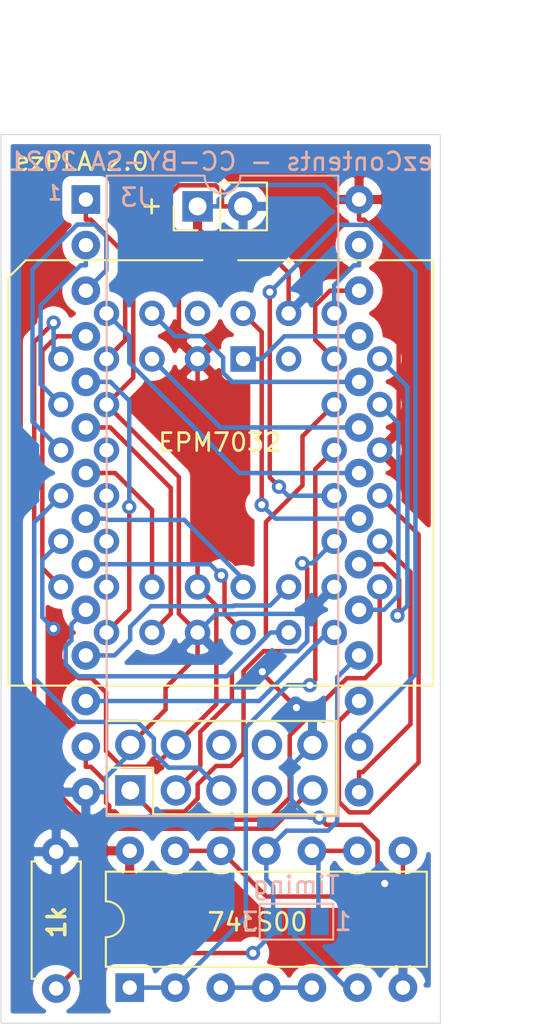
<source format=kicad_pcb>
(kicad_pcb (version 20171130) (host pcbnew "(5.1.9)-1")

  (general
    (thickness 1.6)
    (drawings 14)
    (tracks 305)
    (zones 0)
    (modules 7)
    (nets 47)
  )

  (page A4)
  (title_block
    (title "ezPLA by ezContents (Marek)")
    (date 2023-07-11)
    (rev v2.0)
    (company "- updated by AdamT117 https://github.com/Kayto/")
    (comment 3 https://github.com/marekl123/ezPLA-PCB)
    (comment 4 "Update to Original with NAND gate delay.")
  )

  (layers
    (0 F.Cu signal hide)
    (31 B.Cu signal hide)
    (32 B.Adhes user hide)
    (33 F.Adhes user hide)
    (34 B.Paste user hide)
    (35 F.Paste user hide)
    (36 B.SilkS user)
    (37 F.SilkS user)
    (38 B.Mask user)
    (39 F.Mask user)
    (40 Dwgs.User user)
    (41 Cmts.User user hide)
    (42 Eco1.User user hide)
    (43 Eco2.User user hide)
    (44 Edge.Cuts user)
    (45 Margin user)
    (46 B.CrtYd user hide)
    (47 F.CrtYd user hide)
    (48 B.Fab user hide)
    (49 F.Fab user)
  )

  (setup
    (last_trace_width 0.25)
    (trace_clearance 0.2)
    (zone_clearance 0.508)
    (zone_45_only no)
    (trace_min 0.2)
    (via_size 0.8)
    (via_drill 0.4)
    (via_min_size 0.4)
    (via_min_drill 0.3)
    (uvia_size 0.3)
    (uvia_drill 0.1)
    (uvias_allowed no)
    (uvia_min_size 0.2)
    (uvia_min_drill 0.1)
    (edge_width 0.05)
    (segment_width 0.2)
    (pcb_text_width 0.3)
    (pcb_text_size 1.5 1.5)
    (mod_edge_width 0.12)
    (mod_text_size 1 1)
    (mod_text_width 0.15)
    (pad_size 1.524 1.524)
    (pad_drill 0.762)
    (pad_to_mask_clearance 0)
    (aux_axis_origin 0 0)
    (visible_elements 7FFFFFFF)
    (pcbplotparams
      (layerselection 0x010fc_ffffffff)
      (usegerberextensions true)
      (usegerberattributes false)
      (usegerberadvancedattributes false)
      (creategerberjobfile false)
      (excludeedgelayer true)
      (linewidth 0.100000)
      (plotframeref false)
      (viasonmask false)
      (mode 1)
      (useauxorigin false)
      (hpglpennumber 1)
      (hpglpenspeed 20)
      (hpglpendiameter 15.000000)
      (psnegative false)
      (psa4output false)
      (plotreference true)
      (plotvalue true)
      (plotinvisibletext false)
      (padsonsilk false)
      (subtractmaskfromsilk true)
      (outputformat 1)
      (mirror false)
      (drillshape 0)
      (scaleselection 1)
      (outputdirectory "gerbers/"))
  )

  (net 0 "")
  (net 1 "Net-(J1-Pad8)")
  (net 2 "Net-(J1-Pad6)")
  (net 3 "Net-(J1-Pad7)")
  (net 4 "Net-(U2-Pad19)")
  (net 5 "Net-(U2-Pad16)")
  (net 6 "Net-(U2-Pad14)")
  (net 7 "Net-(U2-Pad12)")
  (net 8 "Net-(U2-Pad2)")
  (net 9 "Net-(U2-Pad43)")
  (net 10 GND)
  (net 11 VCC)
  (net 12 TDI)
  (net 13 TMS)
  (net 14 TDO)
  (net 15 TCK)
  (net 16 A12)
  (net 17 GRW)
  (net 18 BA)
  (net 19 IO)
  (net 20 AEC)
  (net 21 ROML)
  (net 22 RW)
  (net 23 ROMH)
  (net 24 EXROM)
  (net 25 CAS)
  (net 26 GAME)
  (net 27 LORAM)
  (net 28 VA13)
  (net 29 HIRAM)
  (net 30 VA12)
  (net 31 CHAREN)
  (net 32 OE)
  (net 33 VA14)
  (net 34 CASRAM)
  (net 35 A15)
  (net 36 BASIC)
  (net 37 A14)
  (net 38 KERNAL)
  (net 39 A13)
  (net 40 CHAROM)
  (net 41 NC1)
  (net 42 "CASRAM(d)")
  (net 43 "Net-(U1-Pad3)")
  (net 44 "Net-(JP1-Pad2)")
  (net 45 "Net-(JP1-Pad1)")
  (net 46 "Net-(U1-Pad12)")

  (net_class Default "This is the default net class."
    (clearance 0.2)
    (trace_width 0.25)
    (via_dia 0.8)
    (via_drill 0.4)
    (uvia_dia 0.3)
    (uvia_drill 0.1)
    (add_net A12)
    (add_net A13)
    (add_net A14)
    (add_net A15)
    (add_net AEC)
    (add_net BA)
    (add_net BASIC)
    (add_net CAS)
    (add_net CASRAM)
    (add_net "CASRAM(d)")
    (add_net CHAREN)
    (add_net CHAROM)
    (add_net EXROM)
    (add_net GAME)
    (add_net GND)
    (add_net GRW)
    (add_net HIRAM)
    (add_net IO)
    (add_net KERNAL)
    (add_net LORAM)
    (add_net NC1)
    (add_net "Net-(J1-Pad6)")
    (add_net "Net-(J1-Pad7)")
    (add_net "Net-(J1-Pad8)")
    (add_net "Net-(JP1-Pad1)")
    (add_net "Net-(JP1-Pad2)")
    (add_net "Net-(U1-Pad12)")
    (add_net "Net-(U1-Pad3)")
    (add_net "Net-(U2-Pad12)")
    (add_net "Net-(U2-Pad14)")
    (add_net "Net-(U2-Pad16)")
    (add_net "Net-(U2-Pad19)")
    (add_net "Net-(U2-Pad2)")
    (add_net "Net-(U2-Pad43)")
    (add_net OE)
    (add_net ROMH)
    (add_net ROML)
    (add_net RW)
    (add_net TCK)
    (add_net TDI)
    (add_net TDO)
    (add_net TMS)
    (add_net VA12)
    (add_net VA13)
    (add_net VA14)
    (add_net VCC)
  )

  (module C64_PLA:DIP-28_W15.24mm_mirrored (layer B.Cu) (tedit 64AD6404) (tstamp 6101B889)
    (at 148 119 180)
    (descr "28-lead though-hole mounted DIP package, row spacing 15.24 mm (600 mils)")
    (tags "THT DIP DIL PDIP 2.54mm 15.24mm 600mil")
    (path /6115D0F0)
    (fp_text reference J3 (at 5 16.5 180) (layer B.SilkS)
      (effects (font (size 1 1) (thickness 0.15)) (justify mirror))
    )
    (fp_text value PLA-headers (at 0.1524 -18.967 180) (layer B.Fab) hide
      (effects (font (size 1 1) (thickness 0.15)) (justify mirror))
    )
    (fp_line (start 6.5174 17.653) (end -7.2126 17.653) (layer B.Fab) (width 0.1))
    (fp_line (start -7.2126 17.653) (end -7.2126 -17.907) (layer B.Fab) (width 0.1))
    (fp_line (start -7.2126 -17.907) (end 7.5174 -17.907) (layer B.Fab) (width 0.1))
    (fp_line (start 7.5174 -17.907) (end 7.5174 16.653) (layer B.Fab) (width 0.1))
    (fp_line (start 7.5174 16.653) (end 6.5174 17.653) (layer B.Fab) (width 0.1))
    (fp_line (start 1.1524 17.713) (end 6.6124 17.713) (layer B.SilkS) (width 0.12))
    (fp_line (start 6.6124 17.713) (end 6.6124 -17.967) (layer B.SilkS) (width 0.12))
    (fp_line (start 6.6124 -17.967) (end -6.3076 -17.967) (layer B.SilkS) (width 0.12))
    (fp_line (start -6.3076 -17.967) (end -6.3076 17.713) (layer B.SilkS) (width 0.12))
    (fp_line (start -6.3076 17.713) (end -0.8476 17.713) (layer B.SilkS) (width 0.12))
    (fp_line (start 8.8224 17.933) (end 8.8224 -18.167) (layer B.CrtYd) (width 0.05))
    (fp_line (start 8.8224 -18.167) (end -8.5276 -18.167) (layer B.CrtYd) (width 0.05))
    (fp_line (start -8.5276 -18.167) (end -8.5276 17.933) (layer B.CrtYd) (width 0.05))
    (fp_line (start -8.5276 17.933) (end 8.8224 17.933) (layer B.CrtYd) (width 0.05))
    (fp_text user %R (at 0.1524 -0.127 180) (layer B.Fab)
      (effects (font (size 1 1) (thickness 0.15)) (justify mirror))
    )
    (fp_arc (start 0.1524 17.713) (end 1.1524 17.713) (angle -180) (layer B.SilkS) (width 0.12))
    (pad 28 thru_hole oval (at -7.4676 16.383 180) (size 1.6 1.6) (drill 0.8) (layers *.Cu *.Mask)
      (net 11 VCC))
    (pad 14 thru_hole oval (at 7.7724 -16.637 180) (size 1.6 1.6) (drill 0.8) (layers *.Cu *.Mask)
      (net 10 GND))
    (pad 27 thru_hole oval (at -7.4676 13.843 180) (size 1.6 1.6) (drill 0.8) (layers *.Cu *.Mask)
      (net 16 A12))
    (pad 13 thru_hole oval (at 7.7724 -14.097 180) (size 1.6 1.6) (drill 0.8) (layers *.Cu *.Mask)
      (net 17 GRW))
    (pad 26 thru_hole oval (at -7.4676 11.303 180) (size 1.6 1.6) (drill 0.8) (layers *.Cu *.Mask)
      (net 18 BA))
    (pad 12 thru_hole oval (at 7.7724 -11.557 180) (size 1.6 1.6) (drill 0.8) (layers *.Cu *.Mask)
      (net 19 IO))
    (pad 25 thru_hole oval (at -7.4676 8.763 180) (size 1.6 1.6) (drill 0.8) (layers *.Cu *.Mask)
      (net 20 AEC))
    (pad 11 thru_hole oval (at 7.7724 -9.017 180) (size 1.6 1.6) (drill 0.8) (layers *.Cu *.Mask)
      (net 21 ROML))
    (pad 24 thru_hole oval (at -7.4676 6.223 180) (size 1.6 1.6) (drill 0.8) (layers *.Cu *.Mask)
      (net 22 RW))
    (pad 10 thru_hole oval (at 7.7724 -6.477 180) (size 1.6 1.6) (drill 0.8) (layers *.Cu *.Mask)
      (net 23 ROMH))
    (pad 23 thru_hole oval (at -7.4676 3.683 180) (size 1.6 1.6) (drill 0.8) (layers *.Cu *.Mask)
      (net 24 EXROM))
    (pad 9 thru_hole oval (at 7.7724 -3.937 180) (size 1.6 1.6) (drill 0.8) (layers *.Cu *.Mask)
      (net 25 CAS))
    (pad 22 thru_hole oval (at -7.4676 1.143 180) (size 1.6 1.6) (drill 0.8) (layers *.Cu *.Mask)
      (net 26 GAME))
    (pad 8 thru_hole oval (at 7.7724 -1.397 180) (size 1.6 1.6) (drill 0.8) (layers *.Cu *.Mask)
      (net 27 LORAM))
    (pad 21 thru_hole oval (at -7.4676 -1.397 180) (size 1.6 1.6) (drill 0.8) (layers *.Cu *.Mask)
      (net 28 VA13))
    (pad 7 thru_hole oval (at 7.7724 1.143 180) (size 1.6 1.6) (drill 0.8) (layers *.Cu *.Mask)
      (net 29 HIRAM))
    (pad 20 thru_hole oval (at -7.4676 -3.937 180) (size 1.6 1.6) (drill 0.8) (layers *.Cu *.Mask)
      (net 30 VA12))
    (pad 6 thru_hole oval (at 7.7724 3.683 180) (size 1.6 1.6) (drill 0.8) (layers *.Cu *.Mask)
      (net 31 CHAREN))
    (pad 19 thru_hole oval (at -7.4676 -6.477 180) (size 1.6 1.6) (drill 0.8) (layers *.Cu *.Mask)
      (net 32 OE))
    (pad 5 thru_hole oval (at 7.7724 6.223 180) (size 1.6 1.6) (drill 0.8) (layers *.Cu *.Mask)
      (net 33 VA14))
    (pad 18 thru_hole oval (at -7.4676 -9.017 180) (size 1.6 1.6) (drill 0.8) (layers *.Cu *.Mask)
      (net 42 "CASRAM(d)"))
    (pad 4 thru_hole oval (at 7.7724 8.763 180) (size 1.6 1.6) (drill 0.8) (layers *.Cu *.Mask)
      (net 35 A15))
    (pad 17 thru_hole oval (at -7.4676 -11.557 180) (size 1.6 1.6) (drill 0.8) (layers *.Cu *.Mask)
      (net 36 BASIC))
    (pad 3 thru_hole oval (at 7.7724 11.303 180) (size 1.6 1.6) (drill 0.8) (layers *.Cu *.Mask)
      (net 37 A14))
    (pad 16 thru_hole oval (at -7.4676 -14.097 180) (size 1.6 1.6) (drill 0.8) (layers *.Cu *.Mask)
      (net 38 KERNAL))
    (pad 2 thru_hole oval (at 7.7724 13.843 180) (size 1.6 1.6) (drill 0.8) (layers *.Cu *.Mask)
      (net 39 A13))
    (pad 15 thru_hole oval (at -7.4676 -16.637 180) (size 1.6 1.6) (drill 0.8) (layers *.Cu *.Mask)
      (net 40 CHAROM))
    (pad 1 thru_hole rect (at 7.7724 16.383 180) (size 1.6 1.6) (drill 0.8) (layers *.Cu *.Mask)
      (net 41 NC1))
  )

  (module Connector_PinHeader_2.54mm:PinHeader_1x02_P2.54mm_Vertical (layer F.Cu) (tedit 59FED5CC) (tstamp 6101D7C3)
    (at 146.46 103 90)
    (descr "Through hole straight pin header, 1x02, 2.54mm pitch, single row")
    (tags "Through hole pin header THT 1x02 2.54mm single row")
    (path /61026478)
    (fp_text reference J2 (at 0.75 5.04 180) (layer F.SilkS) hide
      (effects (font (size 1 1) (thickness 0.15)))
    )
    (fp_text value Power (at 0 5.25 270) (layer F.Fab)
      (effects (font (size 1 1) (thickness 0.15)))
    )
    (fp_line (start 1.8 -1.8) (end -1.8 -1.8) (layer F.CrtYd) (width 0.05))
    (fp_line (start 1.8 4.35) (end 1.8 -1.8) (layer F.CrtYd) (width 0.05))
    (fp_line (start -1.8 4.35) (end 1.8 4.35) (layer F.CrtYd) (width 0.05))
    (fp_line (start -1.8 -1.8) (end -1.8 4.35) (layer F.CrtYd) (width 0.05))
    (fp_line (start -1.33 -1.33) (end 0 -1.33) (layer F.SilkS) (width 0.12))
    (fp_line (start -1.33 0) (end -1.33 -1.33) (layer F.SilkS) (width 0.12))
    (fp_line (start -1.33 1.27) (end 1.33 1.27) (layer F.SilkS) (width 0.12))
    (fp_line (start 1.33 1.27) (end 1.33 3.87) (layer F.SilkS) (width 0.12))
    (fp_line (start -1.33 1.27) (end -1.33 3.87) (layer F.SilkS) (width 0.12))
    (fp_line (start -1.33 3.87) (end 1.33 3.87) (layer F.SilkS) (width 0.12))
    (fp_line (start -1.27 -0.635) (end -0.635 -1.27) (layer F.Fab) (width 0.1))
    (fp_line (start -1.27 3.81) (end -1.27 -0.635) (layer F.Fab) (width 0.1))
    (fp_line (start 1.27 3.81) (end -1.27 3.81) (layer F.Fab) (width 0.1))
    (fp_line (start 1.27 -1.27) (end 1.27 3.81) (layer F.Fab) (width 0.1))
    (fp_line (start -0.635 -1.27) (end 1.27 -1.27) (layer F.Fab) (width 0.1))
    (fp_text user %R (at 0 1.27) (layer F.Fab)
      (effects (font (size 1 1) (thickness 0.15)))
    )
    (pad 2 thru_hole oval (at 0 2.54 90) (size 1.7 1.7) (drill 1) (layers *.Cu *.Mask)
      (net 10 GND))
    (pad 1 thru_hole rect (at 0 0 90) (size 1.7 1.7) (drill 1) (layers *.Cu *.Mask)
      (net 11 VCC))
    (model ${KISYS3DMOD}/Connector_PinHeader_2.54mm.3dshapes/PinHeader_1x02_P2.54mm_Vertical.wrl
      (at (xyz 0 0 0))
      (scale (xyz 1 1 1))
      (rotate (xyz 0 0 0))
    )
  )

  (module Package_LCC:PLCC-44_THT-Socket (layer F.Cu) (tedit 5A02ECC8) (tstamp 61018662)
    (at 149 111.5)
    (descr "PLCC, 44 pins, through hole")
    (tags "plcc leaded")
    (path /610C28C3)
    (fp_text reference U2 (at -5 2) (layer F.SilkS) hide
      (effects (font (size 1 1) (thickness 0.15)))
    )
    (fp_text value EPM7032 (at -1 8) (layer F.Fab)
      (effects (font (size 1 1) (thickness 0.15)))
    )
    (fp_line (start 10.58 -5.5) (end -0.27 -5.5) (layer F.SilkS) (width 0.12))
    (fp_line (start 10.58 18.2) (end 10.58 -5.5) (layer F.SilkS) (width 0.12))
    (fp_line (start -13.12 18.2) (end 10.58 18.2) (layer F.SilkS) (width 0.12))
    (fp_line (start -13.12 -4.5) (end -13.12 18.2) (layer F.SilkS) (width 0.12))
    (fp_line (start -12.12 -5.5) (end -13.12 -4.5) (layer F.SilkS) (width 0.12))
    (fp_line (start -2.27 -5.5) (end -12.12 -5.5) (layer F.SilkS) (width 0.12))
    (fp_line (start -1.27 -4.4) (end -0.77 -5.4) (layer F.Fab) (width 0.1))
    (fp_line (start -1.77 -5.4) (end -1.27 -4.4) (layer F.Fab) (width 0.1))
    (fp_line (start 7.94 -2.86) (end -10.48 -2.86) (layer F.Fab) (width 0.1))
    (fp_line (start 7.94 15.56) (end 7.94 -2.86) (layer F.Fab) (width 0.1))
    (fp_line (start -10.48 15.56) (end 7.94 15.56) (layer F.Fab) (width 0.1))
    (fp_line (start -10.48 -2.86) (end -10.48 15.56) (layer F.Fab) (width 0.1))
    (fp_line (start 10.98 -5.9) (end -13.52 -5.9) (layer F.CrtYd) (width 0.05))
    (fp_line (start 10.98 18.6) (end 10.98 -5.9) (layer F.CrtYd) (width 0.05))
    (fp_line (start -13.52 18.6) (end 10.98 18.6) (layer F.CrtYd) (width 0.05))
    (fp_line (start -13.52 -5.9) (end -13.52 18.6) (layer F.CrtYd) (width 0.05))
    (fp_line (start 10.48 -5.4) (end -12.02 -5.4) (layer F.Fab) (width 0.1))
    (fp_line (start 10.48 18.1) (end 10.48 -5.4) (layer F.Fab) (width 0.1))
    (fp_line (start -13.02 18.1) (end 10.48 18.1) (layer F.Fab) (width 0.1))
    (fp_line (start -13.02 -4.4) (end -13.02 18.1) (layer F.Fab) (width 0.1))
    (fp_line (start -12.02 -5.4) (end -13.02 -4.4) (layer F.Fab) (width 0.1))
    (fp_text user %R (at -1.27 6.35) (layer F.Fab)
      (effects (font (size 1 1) (thickness 0.15)))
    )
    (pad 39 thru_hole circle (at 7.62 0) (size 1.4224 1.4224) (drill 0.8) (layers *.Cu *.Mask)
      (net 30 VA12))
    (pad 37 thru_hole circle (at 7.62 2.54) (size 1.4224 1.4224) (drill 0.8) (layers *.Cu *.Mask)
      (net 32 OE))
    (pad 35 thru_hole circle (at 7.62 5.08) (size 1.4224 1.4224) (drill 0.8) (layers *.Cu *.Mask)
      (net 11 VCC))
    (pad 33 thru_hole circle (at 7.62 7.62) (size 1.4224 1.4224) (drill 0.8) (layers *.Cu *.Mask)
      (net 36 BASIC))
    (pad 31 thru_hole circle (at 7.62 10.16) (size 1.4224 1.4224) (drill 0.8) (layers *.Cu *.Mask)
      (net 40 CHAROM))
    (pad 40 thru_hole circle (at 5.08 -2.54) (size 1.4224 1.4224) (drill 0.8) (layers *.Cu *.Mask)
      (net 16 A12))
    (pad 38 thru_hole circle (at 5.08 2.54) (size 1.4224 1.4224) (drill 0.8) (layers *.Cu *.Mask)
      (net 14 TDO))
    (pad 36 thru_hole circle (at 5.08 5.08) (size 1.4224 1.4224) (drill 0.8) (layers *.Cu *.Mask)
      (net 34 CASRAM))
    (pad 34 thru_hole circle (at 5.08 7.62) (size 1.4224 1.4224) (drill 0.8) (layers *.Cu *.Mask)
      (net 38 KERNAL))
    (pad 32 thru_hole circle (at 5.08 10.16) (size 1.4224 1.4224) (drill 0.8) (layers *.Cu *.Mask)
      (net 15 TCK))
    (pad 30 thru_hole circle (at 5.08 12.7) (size 1.4224 1.4224) (drill 0.8) (layers *.Cu *.Mask)
      (net 10 GND))
    (pad 28 thru_hole circle (at 5.08 15.24) (size 1.4224 1.4224) (drill 0.8) (layers *.Cu *.Mask)
      (net 19 IO))
    (pad 26 thru_hole circle (at 2.54 15.24) (size 1.4224 1.4224) (drill 0.8) (layers *.Cu *.Mask)
      (net 23 ROMH))
    (pad 24 thru_hole circle (at 0 15.24) (size 1.4224 1.4224) (drill 0.8) (layers *.Cu *.Mask)
      (net 25 CAS))
    (pad 22 thru_hole circle (at -2.54 15.24) (size 1.4224 1.4224) (drill 0.8) (layers *.Cu *.Mask)
      (net 10 GND))
    (pad 20 thru_hole circle (at -5.08 15.24) (size 1.4224 1.4224) (drill 0.8) (layers *.Cu *.Mask)
      (net 31 CHAREN))
    (pad 18 thru_hole circle (at -7.62 15.24) (size 1.4224 1.4224) (drill 0.8) (layers *.Cu *.Mask)
      (net 33 VA14))
    (pad 29 thru_hole circle (at 7.62 12.7) (size 1.4224 1.4224) (drill 0.8) (layers *.Cu *.Mask)
      (net 17 GRW))
    (pad 27 thru_hole circle (at 2.54 12.7) (size 1.4224 1.4224) (drill 0.8) (layers *.Cu *.Mask)
      (net 21 ROML))
    (pad 25 thru_hole circle (at 0 12.7) (size 1.4224 1.4224) (drill 0.8) (layers *.Cu *.Mask)
      (net 27 LORAM))
    (pad 23 thru_hole circle (at -2.54 12.7) (size 1.4224 1.4224) (drill 0.8) (layers *.Cu *.Mask)
      (net 11 VCC))
    (pad 21 thru_hole circle (at -5.08 12.7) (size 1.4224 1.4224) (drill 0.8) (layers *.Cu *.Mask)
      (net 29 HIRAM))
    (pad 19 thru_hole circle (at -7.62 12.7) (size 1.4224 1.4224) (drill 0.8) (layers *.Cu *.Mask)
      (net 4 "Net-(U2-Pad19)"))
    (pad 17 thru_hole circle (at -10.16 12.7) (size 1.4224 1.4224) (drill 0.8) (layers *.Cu *.Mask)
      (net 35 A15))
    (pad 15 thru_hole circle (at -10.16 10.16) (size 1.4224 1.4224) (drill 0.8) (layers *.Cu *.Mask)
      (net 11 VCC))
    (pad 13 thru_hole circle (at -10.16 7.62) (size 1.4224 1.4224) (drill 0.8) (layers *.Cu *.Mask)
      (net 13 TMS))
    (pad 11 thru_hole circle (at -10.16 5.08) (size 1.4224 1.4224) (drill 0.8) (layers *.Cu *.Mask)
      (net 37 A14))
    (pad 9 thru_hole circle (at -10.16 2.54) (size 1.4224 1.4224) (drill 0.8) (layers *.Cu *.Mask)
      (net 39 A13))
    (pad 7 thru_hole circle (at -10.16 0) (size 1.4224 1.4224) (drill 0.8) (layers *.Cu *.Mask)
      (net 12 TDI))
    (pad 16 thru_hole circle (at -7.62 10.16) (size 1.4224 1.4224) (drill 0.8) (layers *.Cu *.Mask)
      (net 5 "Net-(U2-Pad16)"))
    (pad 14 thru_hole circle (at -7.62 7.62) (size 1.4224 1.4224) (drill 0.8) (layers *.Cu *.Mask)
      (net 6 "Net-(U2-Pad14)"))
    (pad 12 thru_hole circle (at -7.62 5.08) (size 1.4224 1.4224) (drill 0.8) (layers *.Cu *.Mask)
      (net 7 "Net-(U2-Pad12)"))
    (pad 10 thru_hole circle (at -7.62 2.54) (size 1.4224 1.4224) (drill 0.8) (layers *.Cu *.Mask)
      (net 10 GND))
    (pad 8 thru_hole circle (at -7.62 0) (size 1.4224 1.4224) (drill 0.8) (layers *.Cu *.Mask)
      (net 41 NC1))
    (pad 42 thru_hole circle (at 2.54 -2.54) (size 1.4224 1.4224) (drill 0.8) (layers *.Cu *.Mask)
      (net 10 GND))
    (pad 44 thru_hole circle (at 0 -2.54) (size 1.4224 1.4224) (drill 0.8) (layers *.Cu *.Mask)
      (net 28 VA13))
    (pad 6 thru_hole circle (at -7.62 -2.54) (size 1.4224 1.4224) (drill 0.8) (layers *.Cu *.Mask)
      (net 26 GAME))
    (pad 4 thru_hole circle (at -5.08 -2.54) (size 1.4224 1.4224) (drill 0.8) (layers *.Cu *.Mask)
      (net 22 RW))
    (pad 2 thru_hole circle (at -2.54 -2.54) (size 1.4224 1.4224) (drill 0.8) (layers *.Cu *.Mask)
      (net 8 "Net-(U2-Pad2)"))
    (pad 41 thru_hole circle (at 5.08 0) (size 1.4224 1.4224) (drill 0.8) (layers *.Cu *.Mask)
      (net 18 BA))
    (pad 43 thru_hole circle (at 2.54 0) (size 1.4224 1.4224) (drill 0.8) (layers *.Cu *.Mask)
      (net 9 "Net-(U2-Pad43)"))
    (pad 5 thru_hole circle (at -5.08 0) (size 1.4224 1.4224) (drill 0.8) (layers *.Cu *.Mask)
      (net 24 EXROM))
    (pad 3 thru_hole circle (at -2.54 0) (size 1.4224 1.4224) (drill 0.8) (layers *.Cu *.Mask)
      (net 11 VCC))
    (pad 1 thru_hole rect (at 0 0) (size 1.4224 1.4224) (drill 0.8) (layers *.Cu *.Mask)
      (net 20 AEC))
    (model ${KISYS3DMOD}/Package_LCC.3dshapes/PLCC-44_THT-Socket.wrl
      (at (xyz 0 0 0))
      (scale (xyz 1 1 1))
      (rotate (xyz 0 0 0))
    )
  )

  (module Connector_PinHeader_2.54mm:PinHeader_2x05_P2.54mm_Vertical (layer F.Cu) (tedit 59FED5CC) (tstamp 64AD4B78)
    (at 142.71 135.54 90)
    (descr "Through hole straight pin header, 2x05, 2.54mm pitch, double rows")
    (tags "Through hole pin header THT 2x05 2.54mm double row")
    (path /6101EA6B)
    (fp_text reference J1 (at 1.27 -2.33 90) (layer F.SilkS) hide
      (effects (font (size 1 1) (thickness 0.15)))
    )
    (fp_text value JTAG-10 (at 1.27 12.49 90) (layer F.Fab)
      (effects (font (size 1 1) (thickness 0.15)))
    )
    (fp_line (start 4.35 -1.8) (end -1.8 -1.8) (layer F.CrtYd) (width 0.05))
    (fp_line (start 4.35 11.95) (end 4.35 -1.8) (layer F.CrtYd) (width 0.05))
    (fp_line (start -1.8 11.95) (end 4.35 11.95) (layer F.CrtYd) (width 0.05))
    (fp_line (start -1.8 -1.8) (end -1.8 11.95) (layer F.CrtYd) (width 0.05))
    (fp_line (start -1.33 -1.33) (end 0 -1.33) (layer F.SilkS) (width 0.12))
    (fp_line (start -1.33 0) (end -1.33 -1.33) (layer F.SilkS) (width 0.12))
    (fp_line (start 1.27 -1.33) (end 3.87 -1.33) (layer F.SilkS) (width 0.12))
    (fp_line (start 1.27 1.27) (end 1.27 -1.33) (layer F.SilkS) (width 0.12))
    (fp_line (start -1.33 1.27) (end 1.27 1.27) (layer F.SilkS) (width 0.12))
    (fp_line (start 3.87 -1.33) (end 3.87 11.49) (layer F.SilkS) (width 0.12))
    (fp_line (start -1.33 1.27) (end -1.33 11.49) (layer F.SilkS) (width 0.12))
    (fp_line (start -1.33 11.49) (end 3.87 11.49) (layer F.SilkS) (width 0.12))
    (fp_line (start -1.27 0) (end 0 -1.27) (layer F.Fab) (width 0.1))
    (fp_line (start -1.27 11.43) (end -1.27 0) (layer F.Fab) (width 0.1))
    (fp_line (start 3.81 11.43) (end -1.27 11.43) (layer F.Fab) (width 0.1))
    (fp_line (start 3.81 -1.27) (end 3.81 11.43) (layer F.Fab) (width 0.1))
    (fp_line (start 0 -1.27) (end 3.81 -1.27) (layer F.Fab) (width 0.1))
    (fp_text user %R (at 1.27 5.08) (layer F.Fab)
      (effects (font (size 1 1) (thickness 0.15)))
    )
    (pad 1 thru_hole rect (at 0 0 90) (size 1.7 1.7) (drill 1) (layers *.Cu *.Mask)
      (net 15 TCK))
    (pad 2 thru_hole oval (at 2.54 0 90) (size 1.7 1.7) (drill 1) (layers *.Cu *.Mask)
      (net 10 GND))
    (pad 3 thru_hole oval (at 0 2.54 90) (size 1.7 1.7) (drill 1) (layers *.Cu *.Mask)
      (net 14 TDO))
    (pad 4 thru_hole oval (at 2.54 2.54 90) (size 1.7 1.7) (drill 1) (layers *.Cu *.Mask)
      (net 11 VCC))
    (pad 5 thru_hole oval (at 0 5.08 90) (size 1.7 1.7) (drill 1) (layers *.Cu *.Mask)
      (net 13 TMS))
    (pad 6 thru_hole oval (at 2.54 5.08 90) (size 1.7 1.7) (drill 1) (layers *.Cu *.Mask)
      (net 2 "Net-(J1-Pad6)"))
    (pad 7 thru_hole oval (at 0 7.62 90) (size 1.7 1.7) (drill 1) (layers *.Cu *.Mask)
      (net 3 "Net-(J1-Pad7)"))
    (pad 8 thru_hole oval (at 2.54 7.62 90) (size 1.7 1.7) (drill 1) (layers *.Cu *.Mask)
      (net 1 "Net-(J1-Pad8)"))
    (pad 9 thru_hole oval (at 0 10.16 90) (size 1.7 1.7) (drill 1) (layers *.Cu *.Mask)
      (net 12 TDI))
    (pad 10 thru_hole oval (at 2.54 10.16 90) (size 1.7 1.7) (drill 1) (layers *.Cu *.Mask)
      (net 10 GND))
    (model ${KISYS3DMOD}/Connector_PinHeader_2.54mm.3dshapes/PinHeader_2x05_P2.54mm_Vertical.wrl
      (at (xyz 0 0 0))
      (scale (xyz 1 1 1))
      (rotate (xyz 0 0 0))
    )
  )

  (module Resistor_THT:R_Axial_DIN0207_L6.3mm_D2.5mm_P7.62mm_Horizontal (layer F.Cu) (tedit 5AE5139B) (tstamp 64AD4BAD)
    (at 138.575 146.575 90)
    (descr "Resistor, Axial_DIN0207 series, Axial, Horizontal, pin pitch=7.62mm, 0.25W = 1/4W, length*diameter=6.3*2.5mm^2, http://cdn-reichelt.de/documents/datenblatt/B400/1_4W%23YAG.pdf")
    (tags "Resistor Axial_DIN0207 series Axial Horizontal pin pitch 7.62mm 0.25W = 1/4W length 6.3mm diameter 2.5mm")
    (path /64AED40B)
    (fp_text reference R1 (at 3.81 -2.37 90) (layer F.SilkS) hide
      (effects (font (size 1 1) (thickness 0.15)))
    )
    (fp_text value 1k (at 3.81 2.37 90) (layer F.Fab)
      (effects (font (size 1 1) (thickness 0.15)))
    )
    (fp_line (start 8.67 -1.5) (end -1.05 -1.5) (layer F.CrtYd) (width 0.05))
    (fp_line (start 8.67 1.5) (end 8.67 -1.5) (layer F.CrtYd) (width 0.05))
    (fp_line (start -1.05 1.5) (end 8.67 1.5) (layer F.CrtYd) (width 0.05))
    (fp_line (start -1.05 -1.5) (end -1.05 1.5) (layer F.CrtYd) (width 0.05))
    (fp_line (start 7.08 1.37) (end 7.08 1.04) (layer F.SilkS) (width 0.12))
    (fp_line (start 0.54 1.37) (end 7.08 1.37) (layer F.SilkS) (width 0.12))
    (fp_line (start 0.54 1.04) (end 0.54 1.37) (layer F.SilkS) (width 0.12))
    (fp_line (start 7.08 -1.37) (end 7.08 -1.04) (layer F.SilkS) (width 0.12))
    (fp_line (start 0.54 -1.37) (end 7.08 -1.37) (layer F.SilkS) (width 0.12))
    (fp_line (start 0.54 -1.04) (end 0.54 -1.37) (layer F.SilkS) (width 0.12))
    (fp_line (start 7.62 0) (end 6.96 0) (layer F.Fab) (width 0.1))
    (fp_line (start 0 0) (end 0.66 0) (layer F.Fab) (width 0.1))
    (fp_line (start 6.96 -1.25) (end 0.66 -1.25) (layer F.Fab) (width 0.1))
    (fp_line (start 6.96 1.25) (end 6.96 -1.25) (layer F.Fab) (width 0.1))
    (fp_line (start 0.66 1.25) (end 6.96 1.25) (layer F.Fab) (width 0.1))
    (fp_line (start 0.66 -1.25) (end 0.66 1.25) (layer F.Fab) (width 0.1))
    (fp_text user %R (at 3.81 0 90) (layer F.Fab)
      (effects (font (size 1 1) (thickness 0.15)))
    )
    (pad 1 thru_hole circle (at 0 0 90) (size 1.6 1.6) (drill 0.8) (layers *.Cu *.Mask)
      (net 42 "CASRAM(d)"))
    (pad 2 thru_hole oval (at 7.62 0 90) (size 1.6 1.6) (drill 0.8) (layers *.Cu *.Mask)
      (net 10 GND))
    (model ${KISYS3DMOD}/Resistor_THT.3dshapes/R_Axial_DIN0207_L6.3mm_D2.5mm_P7.62mm_Horizontal.wrl
      (at (xyz 0 0 0))
      (scale (xyz 1 1 1))
      (rotate (xyz 0 0 0))
    )
  )

  (module Jumper:SolderJumper-3_P1.3mm_Open_Pad1.0x1.5mm_NumberLabels (layer B.Cu) (tedit 5A3F6CCC) (tstamp 64ADD744)
    (at 151.975 142.85 180)
    (descr "SMD Solder Jumper, 1x1.5mm Pads, 0.3mm gap, open, labeled with numbers")
    (tags "solder jumper open")
    (path /64B76C9A)
    (attr virtual)
    (fp_text reference JP1 (at 0 1.8) (layer B.SilkS) hide
      (effects (font (size 1 1) (thickness 0.15)) (justify mirror))
    )
    (fp_text value Jumper_3_Open (at 0 -1.9) (layer B.Fab)
      (effects (font (size 1 1) (thickness 0.15)) (justify mirror))
    )
    (fp_line (start 2.3 -1.25) (end -2.3 -1.25) (layer B.CrtYd) (width 0.05))
    (fp_line (start 2.3 -1.25) (end 2.3 1.25) (layer B.CrtYd) (width 0.05))
    (fp_line (start -2.3 1.25) (end -2.3 -1.25) (layer B.CrtYd) (width 0.05))
    (fp_line (start -2.3 1.25) (end 2.3 1.25) (layer B.CrtYd) (width 0.05))
    (fp_line (start -2.05 1) (end 2.05 1) (layer B.SilkS) (width 0.12))
    (fp_line (start 2.05 1) (end 2.05 -1) (layer B.SilkS) (width 0.12))
    (fp_line (start 2.05 -1) (end -2.05 -1) (layer B.SilkS) (width 0.12))
    (fp_line (start -2.05 -1) (end -2.05 1) (layer B.SilkS) (width 0.12))
    (fp_text user 3 (at 2.6 0) (layer B.SilkS)
      (effects (font (size 1 1) (thickness 0.15)) (justify mirror))
    )
    (fp_text user 1 (at -2.6 0) (layer B.SilkS)
      (effects (font (size 1 1) (thickness 0.15)) (justify mirror))
    )
    (pad 3 smd rect (at 1.3 0 180) (size 1 1.5) (layers B.Cu B.Mask)
      (net 42 "CASRAM(d)"))
    (pad 2 smd rect (at 0 0 180) (size 1 1.5) (layers B.Cu B.Mask)
      (net 44 "Net-(JP1-Pad2)"))
    (pad 1 smd rect (at -1.3 0 180) (size 1 1.5) (layers B.Cu B.Mask)
      (net 45 "Net-(JP1-Pad1)"))
  )

  (module Package_DIP:DIP-14_W7.62mm (layer F.Cu) (tedit 5A02E8C5) (tstamp 64ADDA83)
    (at 142.675 146.525 90)
    (descr "14-lead though-hole mounted DIP package, row spacing 7.62 mm (300 mils)")
    (tags "THT DIP DIL PDIP 2.54mm 7.62mm 300mil")
    (path /64AD67CD)
    (fp_text reference U1 (at 3.81 -2.33 90) (layer F.SilkS) hide
      (effects (font (size 1 1) (thickness 0.15)))
    )
    (fp_text value 74LS00 (at 3.81 17.57 90) (layer F.Fab)
      (effects (font (size 1 1) (thickness 0.15)))
    )
    (fp_line (start 8.7 -1.55) (end -1.1 -1.55) (layer F.CrtYd) (width 0.05))
    (fp_line (start 8.7 16.8) (end 8.7 -1.55) (layer F.CrtYd) (width 0.05))
    (fp_line (start -1.1 16.8) (end 8.7 16.8) (layer F.CrtYd) (width 0.05))
    (fp_line (start -1.1 -1.55) (end -1.1 16.8) (layer F.CrtYd) (width 0.05))
    (fp_line (start 6.46 -1.33) (end 4.81 -1.33) (layer F.SilkS) (width 0.12))
    (fp_line (start 6.46 16.57) (end 6.46 -1.33) (layer F.SilkS) (width 0.12))
    (fp_line (start 1.16 16.57) (end 6.46 16.57) (layer F.SilkS) (width 0.12))
    (fp_line (start 1.16 -1.33) (end 1.16 16.57) (layer F.SilkS) (width 0.12))
    (fp_line (start 2.81 -1.33) (end 1.16 -1.33) (layer F.SilkS) (width 0.12))
    (fp_line (start 0.635 -0.27) (end 1.635 -1.27) (layer F.Fab) (width 0.1))
    (fp_line (start 0.635 16.51) (end 0.635 -0.27) (layer F.Fab) (width 0.1))
    (fp_line (start 6.985 16.51) (end 0.635 16.51) (layer F.Fab) (width 0.1))
    (fp_line (start 6.985 -1.27) (end 6.985 16.51) (layer F.Fab) (width 0.1))
    (fp_line (start 1.635 -1.27) (end 6.985 -1.27) (layer F.Fab) (width 0.1))
    (fp_arc (start 3.81 -1.33) (end 2.81 -1.33) (angle -180) (layer F.SilkS) (width 0.12))
    (fp_text user %R (at 3.81 7.62 90) (layer F.Fab)
      (effects (font (size 1 1) (thickness 0.15)))
    )
    (pad 1 thru_hole rect (at 0 0 90) (size 1.6 1.6) (drill 0.8) (layers *.Cu *.Mask)
      (net 34 CASRAM))
    (pad 8 thru_hole oval (at 7.62 15.24 90) (size 1.6 1.6) (drill 0.8) (layers *.Cu *.Mask)
      (net 46 "Net-(U1-Pad12)"))
    (pad 2 thru_hole oval (at 0 2.54 90) (size 1.6 1.6) (drill 0.8) (layers *.Cu *.Mask)
      (net 34 CASRAM))
    (pad 9 thru_hole oval (at 7.62 12.7 90) (size 1.6 1.6) (drill 0.8) (layers *.Cu *.Mask)
      (net 45 "Net-(JP1-Pad1)"))
    (pad 3 thru_hole oval (at 0 5.08 90) (size 1.6 1.6) (drill 0.8) (layers *.Cu *.Mask)
      (net 43 "Net-(U1-Pad3)"))
    (pad 10 thru_hole oval (at 7.62 10.16 90) (size 1.6 1.6) (drill 0.8) (layers *.Cu *.Mask)
      (net 45 "Net-(JP1-Pad1)"))
    (pad 4 thru_hole oval (at 0 7.62 90) (size 1.6 1.6) (drill 0.8) (layers *.Cu *.Mask)
      (net 43 "Net-(U1-Pad3)"))
    (pad 11 thru_hole oval (at 7.62 7.62 90) (size 1.6 1.6) (drill 0.8) (layers *.Cu *.Mask)
      (net 42 "CASRAM(d)"))
    (pad 5 thru_hole oval (at 0 10.16 90) (size 1.6 1.6) (drill 0.8) (layers *.Cu *.Mask)
      (net 43 "Net-(U1-Pad3)"))
    (pad 12 thru_hole oval (at 7.62 5.08 90) (size 1.6 1.6) (drill 0.8) (layers *.Cu *.Mask)
      (net 46 "Net-(U1-Pad12)"))
    (pad 6 thru_hole oval (at 0 12.7 90) (size 1.6 1.6) (drill 0.8) (layers *.Cu *.Mask)
      (net 44 "Net-(JP1-Pad2)"))
    (pad 13 thru_hole oval (at 7.62 2.54 90) (size 1.6 1.6) (drill 0.8) (layers *.Cu *.Mask)
      (net 46 "Net-(U1-Pad12)"))
    (pad 7 thru_hole oval (at 0 15.24 90) (size 1.6 1.6) (drill 0.8) (layers *.Cu *.Mask)
      (net 10 GND))
    (pad 14 thru_hole oval (at 7.62 0 90) (size 1.6 1.6) (drill 0.8) (layers *.Cu *.Mask)
      (net 11 VCC))
    (model ${KISYS3DMOD}/Package_DIP.3dshapes/DIP-14_W7.62mm.wrl
      (at (xyz 0 0 0))
      (scale (xyz 1 1 1))
      (rotate (xyz 0 0 0))
    )
  )

  (gr_text Timing (at 151.95 140.825) (layer B.SilkS) (tstamp 64ADE6D7)
    (effects (font (size 1 1) (thickness 0.15)) (justify mirror))
  )
  (gr_text 74LS00 (at 149.8 142.875) (layer F.SilkS)
    (effects (font (size 1 1) (thickness 0.15)))
  )
  (gr_text 1k (at 138.6 142.875 90) (layer F.SilkS) (tstamp 64ADC791)
    (effects (font (size 1 1) (thickness 0.2)))
  )
  (gr_text EPM7032 (at 147.7 116.15) (layer F.SilkS) (tstamp 64ADC54D)
    (effects (font (size 1 1) (thickness 0.15)))
  )
  (dimension 24.5 (width 0.12) (layer Dwgs.User)
    (gr_text "24.500 mm" (at 147.75 92.23) (layer Dwgs.User)
      (effects (font (size 1 1) (thickness 0.15)))
    )
    (feature1 (pts (xy 160 96.5) (xy 160 92.913579)))
    (feature2 (pts (xy 135.5 96.5) (xy 135.5 92.913579)))
    (crossbar (pts (xy 135.5 93.5) (xy 160 93.5)))
    (arrow1a (pts (xy 160 93.5) (xy 158.873496 94.086421)))
    (arrow1b (pts (xy 160 93.5) (xy 158.873496 92.913579)))
    (arrow2a (pts (xy 135.5 93.5) (xy 136.626504 94.086421)))
    (arrow2b (pts (xy 135.5 93.5) (xy 136.626504 92.913579)))
  )
  (dimension 49.5 (width 0.12) (layer Dwgs.User)
    (gr_text "49.500 mm" (at 164.241816 123.75 90) (layer Dwgs.User)
      (effects (font (size 1 1) (thickness 0.15)))
    )
    (feature1 (pts (xy 160 99) (xy 163.558237 99)))
    (feature2 (pts (xy 160 148.5) (xy 163.558237 148.5)))
    (crossbar (pts (xy 162.971816 148.5) (xy 162.971816 99)))
    (arrow1a (pts (xy 162.971816 99) (xy 163.558237 100.126504)))
    (arrow1b (pts (xy 162.971816 99) (xy 162.385395 100.126504)))
    (arrow2a (pts (xy 162.971816 148.5) (xy 163.558237 147.373496)))
    (arrow2b (pts (xy 162.971816 148.5) (xy 162.385395 147.373496)))
  )
  (gr_text 1 (at 138.5 102.25) (layer B.SilkS)
    (effects (font (size 0.8 0.8) (thickness 0.15) italic) (justify mirror))
  )
  (gr_text "ezContents - CC-BY-SA 2021" (at 147.75 100.5) (layer B.SilkS)
    (effects (font (size 1 1) (thickness 0.15)) (justify mirror))
  )
  (gr_text "ezPLA 2.0" (at 140 100.5) (layer F.SilkS)
    (effects (font (size 1 1) (thickness 0.15)))
  )
  (gr_text + (at 143.9 102.925) (layer F.SilkS)
    (effects (font (size 1 1) (thickness 0.15)))
  )
  (gr_line (start 160 99) (end 135.5 99) (layer Edge.Cuts) (width 0.05) (tstamp 6101B53E))
  (gr_line (start 160 148.5) (end 160 99) (layer Edge.Cuts) (width 0.05))
  (gr_line (start 135.5 148.5) (end 160 148.5) (layer Edge.Cuts) (width 0.05))
  (gr_line (start 135.5 99) (end 135.5 148.5) (layer Edge.Cuts) (width 0.05) (tstamp 6101C6E3))

  (segment (start 149 103) (end 149 104.1753) (width 0.25) (layer F.Cu) (net 10))
  (segment (start 151.54 108.96) (end 151.54 106.7153) (width 0.25) (layer F.Cu) (net 10))
  (segment (start 151.54 106.7153) (end 149 104.1753) (width 0.25) (layer F.Cu) (net 10))
  (segment (start 141.38 114.04) (end 145.4153 118.0753) (width 0.25) (layer F.Cu) (net 10))
  (segment (start 145.4153 118.0753) (end 145.4153 125.6953) (width 0.25) (layer F.Cu) (net 10))
  (segment (start 145.4153 125.6953) (end 146.46 126.74) (width 0.25) (layer F.Cu) (net 10))
  (segment (start 147.8247 103) (end 147.8247 102.192) (width 0.25) (layer F.Cu) (net 10))
  (segment (start 147.8247 102.192) (end 147.4573 101.8246) (width 0.25) (layer F.Cu) (net 10))
  (segment (start 147.4573 101.8246) (end 145.4175 101.8246) (width 0.25) (layer F.Cu) (net 10))
  (segment (start 145.4175 101.8246) (end 142.8735 104.3686) (width 0.25) (layer F.Cu) (net 10))
  (segment (start 142.8735 104.3686) (end 142.8735 112.5465) (width 0.25) (layer F.Cu) (net 10))
  (segment (start 142.8735 112.5465) (end 141.38 114.04) (width 0.25) (layer F.Cu) (net 10))
  (segment (start 149 103) (end 147.8247 103) (width 0.25) (layer F.Cu) (net 10))
  (segment (start 142.71 133) (end 142.6892 133.0208) (width 0.25) (layer B.Cu) (net 10))
  (segment (start 142.6892 133.0208) (end 142.6892 133.4795) (width 0.25) (layer B.Cu) (net 10))
  (segment (start 142.6892 133.4795) (end 142.6893 133.4795) (width 0.25) (layer B.Cu) (net 10))
  (segment (start 141.3529 135.637) (end 141.3529 134.8159) (width 0.25) (layer B.Cu) (net 10))
  (segment (start 141.3529 134.8159) (end 142.6893 133.4795) (width 0.25) (layer B.Cu) (net 10))
  (segment (start 140.2276 135.637) (end 141.3529 135.637) (width 0.25) (layer B.Cu) (net 10))
  (segment (start 146.46 126.74) (end 147.474989 125.725011) (width 0.25) (layer B.Cu) (net 10))
  (segment (start 147.474989 125.725011) (end 148.650224 125.725011) (width 0.25) (layer B.Cu) (net 10))
  (segment (start 148.650224 125.725011) (end 148.671835 125.7034) (width 0.25) (layer B.Cu) (net 10))
  (segment (start 148.671835 125.7034) (end 152.5766 125.7034) (width 0.25) (layer B.Cu) (net 10))
  (segment (start 152.5766 125.7034) (end 154.08 124.2) (width 0.25) (layer B.Cu) (net 10))
  (segment (start 146.46 128.04) (end 146.46 126.74) (width 0.25) (layer F.Cu) (net 10))
  (segment (start 144.675 129.825) (end 146.46 128.04) (width 0.25) (layer F.Cu) (net 10))
  (segment (start 144.675 131.035) (end 144.675 129.825) (width 0.25) (layer F.Cu) (net 10))
  (segment (start 142.71 133) (end 144.675 131.035) (width 0.25) (layer F.Cu) (net 10))
  (via (at 151.975 130.925) (size 0.8) (drill 0.4) (layers F.Cu B.Cu) (net 10))
  (via (at 150.075 128.925) (size 0.8) (drill 0.4) (layers F.Cu B.Cu) (net 10))
  (segment (start 151.975 130.925) (end 150.075 129.025) (width 0.25) (layer F.Cu) (net 10))
  (segment (start 150.075 129.025) (end 150.075 128.925) (width 0.25) (layer F.Cu) (net 10))
  (segment (start 151.223799 127.776201) (end 150.075 128.925) (width 0.25) (layer B.Cu) (net 10))
  (segment (start 152.576201 127.237377) (end 152.037377 127.776201) (width 0.25) (layer B.Cu) (net 10))
  (segment (start 152.037377 127.776201) (end 151.223799 127.776201) (width 0.25) (layer B.Cu) (net 10))
  (segment (start 152.576201 125.703799) (end 152.576201 127.237377) (width 0.25) (layer B.Cu) (net 10))
  (segment (start 154.08 124.2) (end 152.576201 125.703799) (width 0.25) (layer B.Cu) (net 10))
  (segment (start 151.694999 136.065661) (end 152.684315 137.054975) (width 0.25) (layer B.Cu) (net 10))
  (segment (start 151.694999 134.175001) (end 151.694999 136.065661) (width 0.25) (layer B.Cu) (net 10))
  (segment (start 152.87 133) (end 151.694999 134.175001) (width 0.25) (layer B.Cu) (net 10))
  (segment (start 152.684315 137.054975) (end 153.25 137.054975) (width 0.25) (layer B.Cu) (net 10))
  (via (at 153.25 137.054975) (size 0.8) (drill 0.4) (layers F.Cu B.Cu) (net 10))
  (segment (start 153.649999 137.454974) (end 155.589976 137.454974) (width 0.25) (layer F.Cu) (net 10))
  (segment (start 155.589976 137.454974) (end 156.500001 138.364999) (width 0.25) (layer F.Cu) (net 10))
  (via (at 156.899845 140.724835) (size 0.8) (drill 0.4) (layers F.Cu B.Cu) (net 10))
  (segment (start 153.25 137.054975) (end 153.649999 137.454974) (width 0.25) (layer F.Cu) (net 10))
  (segment (start 156.500001 138.364999) (end 156.500001 140.324991) (width 0.25) (layer F.Cu) (net 10))
  (segment (start 156.500001 140.324991) (end 156.899845 140.724835) (width 0.25) (layer F.Cu) (net 10))
  (segment (start 138.4268 126.5237) (end 137.8 125.8969) (width 0.25) (layer B.Cu) (net 11))
  (segment (start 137.8 125.8969) (end 137.8 122.7) (width 0.25) (layer B.Cu) (net 11))
  (segment (start 137.8 122.7) (end 138.84 121.66) (width 0.25) (layer B.Cu) (net 11))
  (segment (start 145.25 133) (end 144.0331 134.2169) (width 0.25) (layer F.Cu) (net 11))
  (segment (start 144.0331 134.2169) (end 142.2346 134.2169) (width 0.25) (layer F.Cu) (net 11))
  (segment (start 142.2346 134.2169) (end 141.353 133.3353) (width 0.25) (layer F.Cu) (net 11))
  (segment (start 141.353 133.3353) (end 141.353 130.0849) (width 0.25) (layer F.Cu) (net 11))
  (segment (start 141.353 130.0849) (end 140.5551 129.287) (width 0.25) (layer F.Cu) (net 11))
  (segment (start 140.5551 129.287) (end 139.8287 129.287) (width 0.25) (layer F.Cu) (net 11))
  (segment (start 139.8287 129.287) (end 138.4268 127.8851) (width 0.25) (layer F.Cu) (net 11))
  (segment (start 138.4268 127.8851) (end 138.4268 126.5237) (width 0.25) (layer F.Cu) (net 11))
  (segment (start 146.46 124.2) (end 147.5069 125.2469) (width 0.25) (layer F.Cu) (net 11))
  (segment (start 147.5069 125.2469) (end 147.5069 130.7431) (width 0.25) (layer F.Cu) (net 11))
  (segment (start 147.5069 130.7431) (end 145.25 133) (width 0.25) (layer F.Cu) (net 11))
  (segment (start 146.46 111.5) (end 146.46 124.2) (width 0.25) (layer F.Cu) (net 11))
  (segment (start 146.46 104.1753) (end 145.4182 105.2171) (width 0.25) (layer F.Cu) (net 11))
  (segment (start 145.4182 105.2171) (end 145.4182 110.4582) (width 0.25) (layer F.Cu) (net 11))
  (segment (start 145.4182 110.4582) (end 146.46 111.5) (width 0.25) (layer F.Cu) (net 11))
  (segment (start 155.4676 102.617) (end 155.4676 103.7423) (width 0.25) (layer F.Cu) (net 11))
  (segment (start 155.4676 103.7423) (end 155.7489 103.7423) (width 0.25) (layer F.Cu) (net 11))
  (segment (start 155.7489 103.7423) (end 157.6756 105.669) (width 0.25) (layer F.Cu) (net 11))
  (segment (start 157.6756 105.669) (end 157.6756 115.5244) (width 0.25) (layer F.Cu) (net 11))
  (segment (start 157.6756 115.5244) (end 156.62 116.58) (width 0.25) (layer F.Cu) (net 11))
  (segment (start 155.4676 102.617) (end 154.3423 102.617) (width 0.25) (layer B.Cu) (net 11))
  (segment (start 146.46 103) (end 147.6353 103) (width 0.25) (layer B.Cu) (net 11))
  (segment (start 147.6353 103) (end 147.6353 102.6327) (width 0.25) (layer B.Cu) (net 11))
  (segment (start 147.6353 102.6327) (end 148.4606 101.8074) (width 0.25) (layer B.Cu) (net 11))
  (segment (start 148.4606 101.8074) (end 153.5327 101.8074) (width 0.25) (layer B.Cu) (net 11))
  (segment (start 153.5327 101.8074) (end 154.3423 102.617) (width 0.25) (layer B.Cu) (net 11))
  (segment (start 146.46 103) (end 146.46 104.1753) (width 0.25) (layer F.Cu) (net 11))
  (via (at 138.4268 126.5237) (size 0.8) (layers F.Cu B.Cu) (net 11))
  (segment (start 138.84 111.5) (end 138.4283 111.0883) (width 0.25) (layer B.Cu) (net 12))
  (segment (start 138.4283 111.0883) (end 138.4283 109.4785) (width 0.25) (layer B.Cu) (net 12))
  (via (at 138.4283 109.4785) (size 0.8) (layers F.Cu B.Cu) (net 12))
  (segment (start 137.347 110.5598) (end 138.4283 109.4785) (width 0.25) (layer F.Cu) (net 12))
  (segment (start 152.762632 135.54) (end 150.629532 137.6731) (width 0.25) (layer F.Cu) (net 12))
  (segment (start 137.347 134.3703) (end 137.347 110.5598) (width 0.25) (layer F.Cu) (net 12))
  (segment (start 152.87 135.54) (end 152.762632 135.54) (width 0.25) (layer F.Cu) (net 12))
  (segment (start 140.6498 137.6731) (end 137.347 134.3703) (width 0.25) (layer F.Cu) (net 12))
  (segment (start 150.629532 137.6731) (end 140.6498 137.6731) (width 0.25) (layer F.Cu) (net 12))
  (segment (start 138.84 119.12) (end 137.3497 120.6103) (width 0.25) (layer B.Cu) (net 13))
  (segment (start 137.3497 120.6103) (end 137.3497 129.2889) (width 0.25) (layer B.Cu) (net 13))
  (segment (start 137.3497 129.2889) (end 139.7833 131.7225) (width 0.25) (layer B.Cu) (net 13))
  (segment (start 139.7833 131.7225) (end 143.0989 131.7225) (width 0.25) (layer B.Cu) (net 13))
  (segment (start 143.0989 131.7225) (end 144.022 132.6456) (width 0.25) (layer B.Cu) (net 13))
  (segment (start 144.022 132.6456) (end 144.022 133.4519) (width 0.25) (layer B.Cu) (net 13))
  (segment (start 144.022 133.4519) (end 144.8401 134.27) (width 0.25) (layer B.Cu) (net 13))
  (segment (start 144.8401 134.27) (end 146.52 134.27) (width 0.25) (layer B.Cu) (net 13))
  (segment (start 146.52 134.27) (end 147.79 135.54) (width 0.25) (layer B.Cu) (net 13))
  (segment (start 146.6146 134.1754) (end 145.25 135.54) (width 0.25) (layer F.Cu) (net 14))
  (segment (start 146.6146 132.2723) (end 146.6146 134.1754) (width 0.25) (layer F.Cu) (net 14))
  (segment (start 148.374987 130.511913) (end 146.6146 132.2723) (width 0.25) (layer F.Cu) (net 14))
  (segment (start 148.374987 128.9156) (end 148.374987 130.511913) (width 0.25) (layer F.Cu) (net 14))
  (segment (start 150.27 127.020587) (end 148.374987 128.9156) (width 0.25) (layer F.Cu) (net 14))
  (segment (start 152.3117 118.5451) (end 150.27 120.5868) (width 0.25) (layer F.Cu) (net 14))
  (segment (start 150.27 120.5868) (end 150.27 127.020587) (width 0.25) (layer F.Cu) (net 14))
  (segment (start 154.08 114.04) (end 152.3117 115.8083) (width 0.25) (layer F.Cu) (net 14))
  (segment (start 152.3117 115.8083) (end 152.3117 118.5451) (width 0.25) (layer F.Cu) (net 14))
  (segment (start 154.08 121.66) (end 152.858 122.882) (width 0.25) (layer B.Cu) (net 15))
  (segment (start 152.858 122.882) (end 152.2932 122.882) (width 0.25) (layer B.Cu) (net 15))
  (via (at 152.2932 122.882) (size 0.8) (layers F.Cu B.Cu) (net 15))
  (segment (start 142.71 135.54) (end 143.8903 136.7203) (width 0.25) (layer F.Cu) (net 15))
  (segment (start 143.8903 136.7203) (end 145.7341 136.7203) (width 0.25) (layer F.Cu) (net 15))
  (segment (start 145.7341 136.7203) (end 146.4645 135.9899) (width 0.25) (layer F.Cu) (net 15))
  (segment (start 146.4645 135.2012) (end 147.4903 134.1754) (width 0.25) (layer F.Cu) (net 15))
  (segment (start 147.4903 134.1754) (end 148.3156 134.1754) (width 0.25) (layer F.Cu) (net 15))
  (segment (start 146.4645 135.9899) (end 146.4645 135.2012) (width 0.25) (layer F.Cu) (net 15))
  (segment (start 148.3156 134.1754) (end 149.024998 133.466002) (width 0.25) (layer F.Cu) (net 15))
  (segment (start 149.024998 133.466002) (end 149.024998 128.902) (width 0.25) (layer F.Cu) (net 15))
  (segment (start 152.5766 127.236978) (end 152.5766 123.1654) (width 0.25) (layer F.Cu) (net 15))
  (segment (start 152.5766 123.1654) (end 152.2932 122.882) (width 0.25) (layer F.Cu) (net 15))
  (segment (start 149.024998 128.902) (end 150.150797 127.776201) (width 0.25) (layer F.Cu) (net 15))
  (segment (start 152.037377 127.776201) (end 152.5766 127.236978) (width 0.25) (layer F.Cu) (net 15))
  (segment (start 150.150797 127.776201) (end 152.037377 127.776201) (width 0.25) (layer F.Cu) (net 15))
  (segment (start 155.4676 105.157) (end 155.4676 106.2823) (width 0.25) (layer B.Cu) (net 16))
  (segment (start 154.08 108.96) (end 154.08 107.3886) (width 0.25) (layer B.Cu) (net 16))
  (segment (start 154.08 107.3886) (end 155.1863 106.2823) (width 0.25) (layer B.Cu) (net 16))
  (segment (start 155.1863 106.2823) (end 155.4676 106.2823) (width 0.25) (layer B.Cu) (net 16))
  (segment (start 140.509 134.2223) (end 140.2276 134.2223) (width 0.25) (layer F.Cu) (net 17))
  (segment (start 141.3529 135.0662) (end 140.509 134.2223) (width 0.25) (layer F.Cu) (net 17))
  (segment (start 140.2276 134.2223) (end 140.2276 133.097) (width 0.25) (layer F.Cu) (net 17))
  (segment (start 156.62 124.2) (end 156.62 128.4647) (width 0.25) (layer F.Cu) (net 17))
  (segment (start 142.3054 137.1712) (end 141.849201 136.715001) (width 0.25) (layer F.Cu) (net 17))
  (segment (start 156.62 128.4647) (end 155.7977 129.287) (width 0.25) (layer F.Cu) (net 17))
  (segment (start 151.6 132.475) (end 151.6 135.9438) (width 0.25) (layer F.Cu) (net 17))
  (segment (start 154.788 129.287) (end 151.6 132.475) (width 0.25) (layer F.Cu) (net 17))
  (segment (start 155.7977 129.287) (end 154.788 129.287) (width 0.25) (layer F.Cu) (net 17))
  (segment (start 150.3726 137.1712) (end 142.3054 137.1712) (width 0.25) (layer F.Cu) (net 17))
  (segment (start 141.849201 136.715001) (end 141.599999 136.715001) (width 0.25) (layer F.Cu) (net 17))
  (segment (start 151.6 135.9438) (end 150.3726 137.1712) (width 0.25) (layer F.Cu) (net 17))
  (segment (start 141.599999 136.715001) (end 141.534999 136.650001) (width 0.25) (layer F.Cu) (net 17))
  (segment (start 141.534999 136.650001) (end 141.534999 136.400799) (width 0.25) (layer F.Cu) (net 17))
  (segment (start 141.534999 136.400799) (end 141.3529 136.2187) (width 0.25) (layer F.Cu) (net 17))
  (segment (start 141.3529 136.2187) (end 141.3529 135.0662) (width 0.25) (layer F.Cu) (net 17))
  (segment (start 154.08 111.5) (end 153.0224 110.4424) (width 0.25) (layer F.Cu) (net 18))
  (segment (start 153.0224 110.4424) (end 153.0224 108.5254) (width 0.25) (layer F.Cu) (net 18))
  (segment (start 153.0224 108.5254) (end 153.8508 107.697) (width 0.25) (layer F.Cu) (net 18))
  (segment (start 153.8508 107.697) (end 155.4676 107.697) (width 0.25) (layer F.Cu) (net 18))
  (segment (start 149.892989 130.557) (end 140.2276 130.557) (width 0.25) (layer B.Cu) (net 19))
  (segment (start 153.709989 126.74) (end 149.892989 130.557) (width 0.25) (layer B.Cu) (net 19))
  (segment (start 154.08 126.74) (end 153.709989 126.74) (width 0.25) (layer B.Cu) (net 19))
  (segment (start 149 111.5) (end 150.0365 111.5) (width 0.25) (layer B.Cu) (net 20))
  (segment (start 150.0365 111.5) (end 151.2995 110.237) (width 0.25) (layer B.Cu) (net 20))
  (segment (start 151.2995 110.237) (end 155.4676 110.237) (width 0.25) (layer B.Cu) (net 20))
  (segment (start 141.833 128.017) (end 140.2276 128.017) (width 0.25) (layer B.Cu) (net 21))
  (segment (start 142.7 127.15) (end 141.833 128.017) (width 0.25) (layer B.Cu) (net 21))
  (segment (start 142.7 126.425) (end 142.7 127.15) (width 0.25) (layer B.Cu) (net 21))
  (segment (start 143.85 125.275) (end 142.7 126.425) (width 0.25) (layer B.Cu) (net 21))
  (segment (start 148.463824 125.275) (end 143.85 125.275) (width 0.25) (layer B.Cu) (net 21))
  (segment (start 148.502623 125.236201) (end 148.463824 125.275) (width 0.25) (layer B.Cu) (net 21))
  (segment (start 150.503799 125.236201) (end 148.502623 125.236201) (width 0.25) (layer B.Cu) (net 21))
  (segment (start 151.54 124.2) (end 150.503799 125.236201) (width 0.25) (layer B.Cu) (net 21))
  (segment (start 143.92 108.96) (end 145.19 110.23) (width 0.25) (layer B.Cu) (net 22))
  (segment (start 145.19 110.23) (end 146.697 110.23) (width 0.25) (layer B.Cu) (net 22))
  (segment (start 146.697 110.23) (end 147.8893 111.4223) (width 0.25) (layer B.Cu) (net 22))
  (segment (start 147.8893 111.4223) (end 147.8893 112.2754) (width 0.25) (layer B.Cu) (net 22))
  (segment (start 147.8893 112.2754) (end 148.3909 112.777) (width 0.25) (layer B.Cu) (net 22))
  (segment (start 148.3909 112.777) (end 155.4676 112.777) (width 0.25) (layer B.Cu) (net 22))
  (segment (start 139.1017 128.5007) (end 139.1017 127.5048) (width 0.25) (layer B.Cu) (net 23))
  (segment (start 139.427601 126.276999) (end 140.2276 125.477) (width 0.25) (layer B.Cu) (net 23))
  (segment (start 139.7799 129.1789) (end 139.1017 128.5007) (width 0.25) (layer B.Cu) (net 23))
  (segment (start 139.427601 127.178899) (end 139.427601 126.276999) (width 0.25) (layer B.Cu) (net 23))
  (segment (start 139.1017 127.5048) (end 139.427601 127.178899) (width 0.25) (layer B.Cu) (net 23))
  (segment (start 150.534212 126.74) (end 148.095312 129.1789) (width 0.25) (layer B.Cu) (net 23))
  (segment (start 148.095312 129.1789) (end 139.7799 129.1789) (width 0.25) (layer B.Cu) (net 23))
  (segment (start 151.54 126.74) (end 150.534212 126.74) (width 0.25) (layer B.Cu) (net 23))
  (segment (start 143.92 111.5) (end 147.737 115.317) (width 0.25) (layer B.Cu) (net 24))
  (segment (start 147.737 115.317) (end 155.4676 115.317) (width 0.25) (layer B.Cu) (net 24))
  (segment (start 149 126.74) (end 147.9634 125.7034) (width 0.25) (layer F.Cu) (net 25))
  (segment (start 147.9634 125.7034) (end 147.9634 123.7395) (width 0.25) (layer F.Cu) (net 25))
  (segment (start 147.9634 123.7395) (end 147.7817 123.5578) (width 0.25) (layer F.Cu) (net 25))
  (segment (start 141.3529 122.937) (end 147.1609 122.937) (width 0.25) (layer B.Cu) (net 25))
  (segment (start 147.1609 122.937) (end 147.7817 123.5578) (width 0.25) (layer B.Cu) (net 25))
  (segment (start 140.2276 122.937) (end 141.3529 122.937) (width 0.25) (layer B.Cu) (net 25))
  (via (at 147.7817 123.5578) (size 0.8) (layers F.Cu B.Cu) (net 25))
  (segment (start 141.38 108.96) (end 142.65 110.23) (width 0.25) (layer B.Cu) (net 26))
  (segment (start 142.65 110.23) (end 142.65 111.7047) (width 0.25) (layer B.Cu) (net 26))
  (segment (start 142.65 111.7047) (end 148.8023 117.857) (width 0.25) (layer B.Cu) (net 26))
  (segment (start 148.8023 117.857) (end 155.4676 117.857) (width 0.25) (layer B.Cu) (net 26))
  (segment (start 149 124.2) (end 149 123.7503) (width 0.25) (layer B.Cu) (net 27))
  (segment (start 149 123.7503) (end 145.7155 120.4658) (width 0.25) (layer B.Cu) (net 27))
  (segment (start 145.7155 120.4658) (end 141.4217 120.4658) (width 0.25) (layer B.Cu) (net 27))
  (segment (start 141.4217 120.4658) (end 141.3529 120.397) (width 0.25) (layer B.Cu) (net 27))
  (segment (start 140.2276 120.397) (end 141.3529 120.397) (width 0.25) (layer B.Cu) (net 27))
  (segment (start 149 108.96) (end 150.0366 109.9966) (width 0.25) (layer F.Cu) (net 28))
  (segment (start 150.0366 109.9966) (end 150.0366 119.628) (width 0.25) (layer F.Cu) (net 28))
  (segment (start 155.4676 120.397) (end 150.8056 120.397) (width 0.25) (layer B.Cu) (net 28))
  (segment (start 150.8056 120.397) (end 150.0366 119.628) (width 0.25) (layer B.Cu) (net 28))
  (via (at 150.0366 119.628) (size 0.8) (layers F.Cu B.Cu) (net 28))
  (segment (start 143.92 124.2) (end 143.92 119.9117) (width 0.25) (layer F.Cu) (net 29))
  (segment (start 143.92 119.9117) (end 141.8653 117.857) (width 0.25) (layer F.Cu) (net 29))
  (segment (start 141.8653 117.857) (end 140.2276 117.857) (width 0.25) (layer F.Cu) (net 29))
  (segment (start 155.4676 122.937) (end 156.8329 122.937) (width 0.25) (layer F.Cu) (net 30))
  (segment (start 156.8329 122.937) (end 157.7053 123.8094) (width 0.25) (layer F.Cu) (net 30))
  (segment (start 157.7053 123.8094) (end 157.7053 125.7042) (width 0.25) (layer F.Cu) (net 30))
  (segment (start 157.7053 125.7042) (end 157.6091 125.8004) (width 0.25) (layer F.Cu) (net 30))
  (segment (start 157.6091 125.8004) (end 158.1628 125.2467) (width 0.25) (layer B.Cu) (net 30))
  (segment (start 158.1628 125.2467) (end 158.1628 113.0428) (width 0.25) (layer B.Cu) (net 30))
  (segment (start 158.1628 113.0428) (end 156.62 111.5) (width 0.25) (layer B.Cu) (net 30))
  (via (at 157.6091 125.8004) (size 0.8) (layers F.Cu B.Cu) (net 30))
  (segment (start 140.2276 115.317) (end 141.5929 115.317) (width 0.25) (layer F.Cu) (net 31))
  (segment (start 141.5929 115.317) (end 144.9649 118.689) (width 0.25) (layer F.Cu) (net 31))
  (segment (start 144.9649 118.689) (end 144.9649 125.6951) (width 0.25) (layer F.Cu) (net 31))
  (segment (start 144.9649 125.6951) (end 143.92 126.74) (width 0.25) (layer F.Cu) (net 31))
  (segment (start 156.62 114.04) (end 157.6609 115.0809) (width 0.25) (layer B.Cu) (net 32))
  (segment (start 157.6609 115.0809) (end 157.6609 124.6739) (width 0.25) (layer B.Cu) (net 32))
  (segment (start 157.6609 124.6739) (end 156.8578 125.477) (width 0.25) (layer B.Cu) (net 32))
  (segment (start 156.8578 125.477) (end 155.4676 125.477) (width 0.25) (layer B.Cu) (net 32))
  (segment (start 141.38 126.74) (end 142.65 125.47) (width 0.25) (layer F.Cu) (net 33))
  (segment (start 142.65 125.47) (end 142.65 119.7405) (width 0.25) (layer F.Cu) (net 33))
  (segment (start 140.2276 112.777) (end 141.5999 112.777) (width 0.25) (layer B.Cu) (net 33))
  (segment (start 141.5999 112.777) (end 142.65 113.8271) (width 0.25) (layer B.Cu) (net 33))
  (segment (start 142.65 113.8271) (end 142.65 119.7405) (width 0.25) (layer B.Cu) (net 33))
  (via (at 142.65 119.7405) (size 0.8) (layers F.Cu B.Cu) (net 33))
  (segment (start 142.675 146.525) (end 145.215 146.525) (width 0.25) (layer B.Cu) (net 34))
  (segment (start 153.0271 129.3729) (end 152.725 129.675) (width 0.25) (layer F.Cu) (net 34))
  (segment (start 153.0271 117.6329) (end 153.0271 129.3729) (width 0.25) (layer F.Cu) (net 34))
  (segment (start 154.08 116.58) (end 153.0271 117.6329) (width 0.25) (layer F.Cu) (net 34))
  (via (at 152.725 129.675) (size 0.8) (drill 0.4) (layers F.Cu B.Cu) (net 34))
  (segment (start 149.150001 132.024999) (end 151.5 129.675) (width 0.25) (layer B.Cu) (net 34))
  (segment (start 149.150001 142.589999) (end 149.150001 132.024999) (width 0.25) (layer B.Cu) (net 34))
  (segment (start 151.5 129.675) (end 152.725 129.675) (width 0.25) (layer B.Cu) (net 34))
  (segment (start 145.215 146.525) (end 149.150001 142.589999) (width 0.25) (layer B.Cu) (net 34))
  (segment (start 138.84 124.2) (end 137.8026 123.1626) (width 0.25) (layer F.Cu) (net 35))
  (segment (start 137.8026 123.1626) (end 137.8026 111.0396) (width 0.25) (layer F.Cu) (net 35))
  (segment (start 137.8026 111.0396) (end 138.6052 110.237) (width 0.25) (layer F.Cu) (net 35))
  (segment (start 138.6052 110.237) (end 140.2276 110.237) (width 0.25) (layer F.Cu) (net 35))
  (segment (start 154.667601 131.356999) (end 155.4676 130.557) (width 0.25) (layer F.Cu) (net 36))
  (segment (start 154.3423 131.6823) (end 154.667601 131.356999) (width 0.25) (layer F.Cu) (net 36))
  (segment (start 154.3423 136.176702) (end 154.3423 131.6823) (width 0.25) (layer F.Cu) (net 36))
  (segment (start 154.927599 136.762001) (end 154.3423 136.176702) (width 0.25) (layer F.Cu) (net 36))
  (segment (start 158.7884 133.981202) (end 156.007601 136.762001) (width 0.25) (layer F.Cu) (net 36))
  (segment (start 156.007601 136.762001) (end 154.927599 136.762001) (width 0.25) (layer F.Cu) (net 36))
  (segment (start 158.7884 121.2884) (end 158.7884 133.981202) (width 0.25) (layer F.Cu) (net 36))
  (segment (start 156.62 119.12) (end 158.7884 121.2884) (width 0.25) (layer F.Cu) (net 36))
  (segment (start 140.2276 107.697) (end 141.37 106.5546) (width 0.25) (layer B.Cu) (net 37))
  (segment (start 141.37 106.5546) (end 141.37 104.6702) (width 0.25) (layer B.Cu) (net 37))
  (segment (start 141.37 104.6702) (end 140.7107 104.0109) (width 0.25) (layer B.Cu) (net 37))
  (segment (start 140.7107 104.0109) (end 139.7512 104.0109) (width 0.25) (layer B.Cu) (net 37))
  (segment (start 139.7512 104.0109) (end 137.2527 106.5094) (width 0.25) (layer B.Cu) (net 37))
  (segment (start 137.2527 106.5094) (end 137.2527 114.9927) (width 0.25) (layer B.Cu) (net 37))
  (segment (start 137.2527 114.9927) (end 138.84 116.58) (width 0.25) (layer B.Cu) (net 37))
  (segment (start 151.0027 118.6174) (end 150.4871 118.1018) (width 0.25) (layer F.Cu) (net 38))
  (segment (start 150.4871 118.1018) (end 150.4871 107.7742) (width 0.25) (layer F.Cu) (net 38))
  (segment (start 154.08 119.12) (end 151.5053 119.12) (width 0.25) (layer B.Cu) (net 38))
  (segment (start 151.5053 119.12) (end 151.0027 118.6174) (width 0.25) (layer B.Cu) (net 38))
  (via (at 150.4871 107.7742) (size 0.8) (layers F.Cu B.Cu) (net 38))
  (via (at 151.0027 118.6174) (size 0.8) (layers F.Cu B.Cu) (net 38))
  (segment (start 154.2326 104.0287) (end 150.4871 107.7742) (width 0.25) (layer B.Cu) (net 38))
  (segment (start 156.0017 104.0287) (end 154.2326 104.0287) (width 0.25) (layer B.Cu) (net 38))
  (segment (start 158.6131 106.6401) (end 156.0017 104.0287) (width 0.25) (layer B.Cu) (net 38))
  (segment (start 158.6131 129.0844) (end 158.6131 106.6401) (width 0.25) (layer B.Cu) (net 38))
  (segment (start 155.4676 132.2299) (end 158.6131 129.0844) (width 0.25) (layer B.Cu) (net 38))
  (segment (start 155.4676 133.097) (end 155.4676 132.2299) (width 0.25) (layer B.Cu) (net 38))
  (segment (start 140.2276 106.2823) (end 139.9463 106.2823) (width 0.25) (layer B.Cu) (net 39))
  (segment (start 139.9463 106.2823) (end 137.703 108.5256) (width 0.25) (layer B.Cu) (net 39))
  (segment (start 137.703 108.5256) (end 137.703 112.903) (width 0.25) (layer B.Cu) (net 39))
  (segment (start 137.703 112.903) (end 138.84 114.04) (width 0.25) (layer B.Cu) (net 39))
  (segment (start 140.2276 105.157) (end 140.2276 106.2823) (width 0.25) (layer B.Cu) (net 39))
  (segment (start 156.62 121.66) (end 158.338 123.378) (width 0.25) (layer F.Cu) (net 40))
  (segment (start 158.338 123.378) (end 158.338 131.8456) (width 0.25) (layer F.Cu) (net 40))
  (segment (start 158.338 131.8456) (end 155.6719 134.5117) (width 0.25) (layer F.Cu) (net 40))
  (segment (start 155.6719 134.5117) (end 155.4676 134.5117) (width 0.25) (layer F.Cu) (net 40))
  (segment (start 155.4676 135.637) (end 155.4676 134.5117) (width 0.25) (layer F.Cu) (net 40))
  (segment (start 140.2276 102.617) (end 140.2276 103.7423) (width 0.25) (layer F.Cu) (net 41))
  (segment (start 141.38 111.5) (end 142.423 110.457) (width 0.25) (layer F.Cu) (net 41))
  (segment (start 142.423 110.457) (end 142.423 105.6564) (width 0.25) (layer F.Cu) (net 41))
  (segment (start 142.423 105.6564) (end 140.5089 103.7423) (width 0.25) (layer F.Cu) (net 41))
  (segment (start 140.5089 103.7423) (end 140.2276 103.7423) (width 0.25) (layer F.Cu) (net 41))
  (segment (start 154.667601 128.816999) (end 155.4676 128.017) (width 0.25) (layer B.Cu) (net 42))
  (segment (start 151.420001 137.779999) (end 153.743003 137.779999) (width 0.25) (layer B.Cu) (net 42))
  (segment (start 150.295 138.905) (end 151.420001 137.779999) (width 0.25) (layer B.Cu) (net 42))
  (segment (start 154.250001 137.273001) (end 154.250001 129.234599) (width 0.25) (layer B.Cu) (net 42))
  (segment (start 153.743003 137.779999) (end 154.250001 137.273001) (width 0.25) (layer B.Cu) (net 42))
  (segment (start 154.250001 129.234599) (end 154.667601 128.816999) (width 0.25) (layer B.Cu) (net 42))
  (via (at 149.55 144.6) (size 0.8) (drill 0.4) (layers F.Cu B.Cu) (net 42))
  (segment (start 138.575 146.575) (end 140.55 144.6) (width 0.25) (layer F.Cu) (net 42))
  (segment (start 140.55 144.6) (end 149.55 144.6) (width 0.25) (layer F.Cu) (net 42))
  (segment (start 150.295 138.905) (end 150.295 140.495) (width 0.25) (layer B.Cu) (net 42))
  (segment (start 150.675 140.875) (end 150.675 142.85) (width 0.25) (layer B.Cu) (net 42))
  (segment (start 150.295 140.495) (end 150.675 140.875) (width 0.25) (layer B.Cu) (net 42))
  (segment (start 150.675 143.475) (end 149.55 144.6) (width 0.25) (layer B.Cu) (net 42))
  (segment (start 150.675 142.85) (end 150.675 143.475) (width 0.25) (layer B.Cu) (net 42))
  (segment (start 147.755 146.525) (end 150.295 146.525) (width 0.25) (layer B.Cu) (net 43))
  (segment (start 150.295 146.525) (end 152.835 146.525) (width 0.25) (layer B.Cu) (net 43))
  (segment (start 154.75 146.525) (end 155.375 146.525) (width 0.25) (layer B.Cu) (net 44))
  (segment (start 151.85 143.625) (end 154.75 146.525) (width 0.25) (layer B.Cu) (net 44))
  (segment (start 151.85 142.75) (end 151.85 143.625) (width 0.25) (layer B.Cu) (net 44))
  (segment (start 152.835 138.905) (end 155.375 138.905) (width 0.25) (layer F.Cu) (net 45))
  (segment (start 153.2 142.775) (end 153.225 142.8) (width 0.25) (layer B.Cu) (net 45))
  (segment (start 153.2 139.27) (end 153.2 142.775) (width 0.25) (layer B.Cu) (net 45))
  (segment (start 152.835 138.905) (end 153.2 139.27) (width 0.25) (layer B.Cu) (net 45))
  (segment (start 145.215 138.905) (end 147.755 138.905) (width 0.25) (layer F.Cu) (net 46))
  (segment (start 150.3 141.45) (end 147.755 138.905) (width 0.25) (layer F.Cu) (net 46))
  (segment (start 157.915 138.905) (end 157.915 140.735) (width 0.25) (layer F.Cu) (net 46))
  (segment (start 157.2 141.45) (end 150.3 141.45) (width 0.25) (layer F.Cu) (net 46))
  (segment (start 157.915 140.735) (end 157.2 141.45) (width 0.25) (layer F.Cu) (net 46))

  (zone (net 11) (net_name VCC) (layer F.Cu) (tstamp 64AE0663) (hatch edge 0.508)
    (connect_pads (clearance 0.508))
    (min_thickness 0.254)
    (fill yes (arc_segments 32) (thermal_gap 0.508) (thermal_bridge_width 0.508))
    (polygon
      (pts
        (xy 159.8 148.1) (xy 135.8 148.1) (xy 135.7 99.3) (xy 159.7 99.3)
      )
    )
    (filled_polygon
      (pts
        (xy 159.340001 120.762533) (xy 159.328401 120.748399) (xy 159.299404 120.724602) (xy 157.94317 119.368369) (xy 157.9662 119.252589)
        (xy 157.9662 118.987411) (xy 157.914467 118.727328) (xy 157.812987 118.482335) (xy 157.665662 118.261847) (xy 157.478153 118.074338)
        (xy 157.257665 117.927013) (xy 157.0694 117.849031) (xy 157.20528 117.799542) (xy 157.308848 117.744183) (xy 157.369668 117.509273)
        (xy 156.62 116.759605) (xy 156.605858 116.773748) (xy 156.426253 116.594143) (xy 156.440395 116.58) (xy 156.799605 116.58)
        (xy 157.549273 117.329668) (xy 157.784183 117.268848) (xy 157.896202 117.028491) (xy 157.959176 116.770898) (xy 157.970687 116.50597)
        (xy 157.930291 116.243887) (xy 157.839542 115.99472) (xy 157.784183 115.891152) (xy 157.549273 115.830332) (xy 156.799605 116.58)
        (xy 156.440395 116.58) (xy 156.426253 116.565858) (xy 156.605858 116.386253) (xy 156.62 116.400395) (xy 157.369668 115.650727)
        (xy 157.308848 115.415817) (xy 157.077066 115.307794) (xy 157.257665 115.232987) (xy 157.478153 115.085662) (xy 157.665662 114.898153)
        (xy 157.812987 114.677665) (xy 157.914467 114.432672) (xy 157.9662 114.172589) (xy 157.9662 113.907411) (xy 157.914467 113.647328)
        (xy 157.812987 113.402335) (xy 157.665662 113.181847) (xy 157.478153 112.994338) (xy 157.257665 112.847013) (xy 157.07174 112.77)
        (xy 157.257665 112.692987) (xy 157.478153 112.545662) (xy 157.665662 112.358153) (xy 157.812987 112.137665) (xy 157.914467 111.892672)
        (xy 157.9662 111.632589) (xy 157.9662 111.367411) (xy 157.914467 111.107328) (xy 157.812987 110.862335) (xy 157.665662 110.641847)
        (xy 157.478153 110.454338) (xy 157.257665 110.307013) (xy 157.012672 110.205533) (xy 156.9026 110.183639) (xy 156.9026 110.095665)
        (xy 156.847453 109.818426) (xy 156.73928 109.557273) (xy 156.582237 109.322241) (xy 156.382359 109.122363) (xy 156.149841 108.967)
        (xy 156.382359 108.811637) (xy 156.582237 108.611759) (xy 156.73928 108.376727) (xy 156.847453 108.115574) (xy 156.9026 107.838335)
        (xy 156.9026 107.555665) (xy 156.847453 107.278426) (xy 156.73928 107.017273) (xy 156.582237 106.782241) (xy 156.382359 106.582363)
        (xy 156.149841 106.427) (xy 156.382359 106.271637) (xy 156.582237 106.071759) (xy 156.73928 105.836727) (xy 156.847453 105.575574)
        (xy 156.9026 105.298335) (xy 156.9026 105.015665) (xy 156.847453 104.738426) (xy 156.73928 104.477273) (xy 156.582237 104.242241)
        (xy 156.382359 104.042363) (xy 156.147327 103.88532) (xy 156.136735 103.880933) (xy 156.322731 103.769385) (xy 156.531119 103.580414)
        (xy 156.698637 103.35442) (xy 156.818846 103.100087) (xy 156.859504 102.966039) (xy 156.737515 102.744) (xy 155.5946 102.744)
        (xy 155.5946 102.764) (xy 155.3406 102.764) (xy 155.3406 102.744) (xy 154.197685 102.744) (xy 154.075696 102.966039)
        (xy 154.116354 103.100087) (xy 154.236563 103.35442) (xy 154.404081 103.580414) (xy 154.612469 103.769385) (xy 154.798465 103.880933)
        (xy 154.787873 103.88532) (xy 154.552841 104.042363) (xy 154.352963 104.242241) (xy 154.19592 104.477273) (xy 154.087747 104.738426)
        (xy 154.0326 105.015665) (xy 154.0326 105.298335) (xy 154.087747 105.575574) (xy 154.19592 105.836727) (xy 154.352963 106.071759)
        (xy 154.552841 106.271637) (xy 154.785359 106.427) (xy 154.552841 106.582363) (xy 154.352963 106.782241) (xy 154.249557 106.937)
        (xy 153.888133 106.937) (xy 153.8508 106.933323) (xy 153.813467 106.937) (xy 153.701814 106.947997) (xy 153.558553 106.991454)
        (xy 153.426524 107.062026) (xy 153.310799 107.156999) (xy 153.287001 107.185998) (xy 152.511398 107.961601) (xy 152.4824 107.985399)
        (xy 152.476456 107.992641) (xy 152.398153 107.914338) (xy 152.3 107.848754) (xy 152.3 106.752622) (xy 152.303676 106.715299)
        (xy 152.3 106.677976) (xy 152.3 106.677967) (xy 152.289003 106.566314) (xy 152.245546 106.423053) (xy 152.174974 106.291024)
        (xy 152.151155 106.262) (xy 152.103799 106.204296) (xy 152.103795 106.204292) (xy 152.080001 106.175299) (xy 152.051008 106.151505)
        (xy 149.999804 104.100303) (xy 150.153475 103.946632) (xy 150.31599 103.703411) (xy 150.427932 103.433158) (xy 150.485 103.14626)
        (xy 150.485 102.85374) (xy 150.427932 102.566842) (xy 150.31599 102.296589) (xy 150.296862 102.267961) (xy 154.075696 102.267961)
        (xy 154.197685 102.49) (xy 155.3406 102.49) (xy 155.3406 101.346376) (xy 155.5946 101.346376) (xy 155.5946 102.49)
        (xy 156.737515 102.49) (xy 156.859504 102.267961) (xy 156.818846 102.133913) (xy 156.698637 101.87958) (xy 156.531119 101.653586)
        (xy 156.322731 101.464615) (xy 156.081481 101.31993) (xy 155.81664 101.225091) (xy 155.5946 101.346376) (xy 155.3406 101.346376)
        (xy 155.11856 101.225091) (xy 154.853719 101.31993) (xy 154.612469 101.464615) (xy 154.404081 101.653586) (xy 154.236563 101.87958)
        (xy 154.116354 102.133913) (xy 154.075696 102.267961) (xy 150.296862 102.267961) (xy 150.153475 102.053368) (xy 149.946632 101.846525)
        (xy 149.703411 101.68401) (xy 149.433158 101.572068) (xy 149.14626 101.515) (xy 148.85374 101.515) (xy 148.566842 101.572068)
        (xy 148.367027 101.654834) (xy 148.364701 101.651999) (xy 148.335697 101.628196) (xy 148.021104 101.313603) (xy 147.997301 101.284599)
        (xy 147.881576 101.189626) (xy 147.749547 101.119054) (xy 147.606286 101.075597) (xy 147.494633 101.0646) (xy 147.494622 101.0646)
        (xy 147.4573 101.060924) (xy 147.419978 101.0646) (xy 145.454822 101.0646) (xy 145.417499 101.060924) (xy 145.380176 101.0646)
        (xy 145.380167 101.0646) (xy 145.268514 101.075597) (xy 145.125253 101.119054) (xy 144.993224 101.189626) (xy 144.877499 101.284599)
        (xy 144.853701 101.313597) (xy 142.362503 103.804796) (xy 142.333499 103.828599) (xy 142.28695 103.88532) (xy 142.238526 103.944324)
        (xy 142.186123 104.042363) (xy 142.167954 104.076354) (xy 142.124497 104.219615) (xy 142.118805 104.277404) (xy 141.577211 103.73581)
        (xy 141.617102 103.66118) (xy 141.653412 103.541482) (xy 141.665672 103.417) (xy 141.665672 101.817) (xy 141.653412 101.692518)
        (xy 141.617102 101.57282) (xy 141.558137 101.462506) (xy 141.478785 101.365815) (xy 141.382094 101.286463) (xy 141.27178 101.227498)
        (xy 141.152082 101.191188) (xy 141.0276 101.178928) (xy 139.4276 101.178928) (xy 139.303118 101.191188) (xy 139.18342 101.227498)
        (xy 139.073106 101.286463) (xy 138.976415 101.365815) (xy 138.897063 101.462506) (xy 138.838098 101.57282) (xy 138.801788 101.692518)
        (xy 138.789528 101.817) (xy 138.789528 103.417) (xy 138.801788 103.541482) (xy 138.838098 103.66118) (xy 138.897063 103.771494)
        (xy 138.976415 103.868185) (xy 139.073106 103.947537) (xy 139.18342 104.006502) (xy 139.303118 104.042812) (xy 139.311561 104.043643)
        (xy 139.112963 104.242241) (xy 138.95592 104.477273) (xy 138.847747 104.738426) (xy 138.7926 105.015665) (xy 138.7926 105.298335)
        (xy 138.847747 105.575574) (xy 138.95592 105.836727) (xy 139.112963 106.071759) (xy 139.312841 106.271637) (xy 139.545359 106.427)
        (xy 139.312841 106.582363) (xy 139.112963 106.782241) (xy 138.95592 107.017273) (xy 138.847747 107.278426) (xy 138.7926 107.555665)
        (xy 138.7926 107.838335) (xy 138.847747 108.115574) (xy 138.95592 108.376727) (xy 139.112963 108.611759) (xy 139.312841 108.811637)
        (xy 139.545359 108.967) (xy 139.381936 109.076195) (xy 139.345505 108.988244) (xy 139.232237 108.818726) (xy 139.088074 108.674563)
        (xy 138.918556 108.561295) (xy 138.730198 108.483274) (xy 138.530239 108.4435) (xy 138.326361 108.4435) (xy 138.126402 108.483274)
        (xy 137.938044 108.561295) (xy 137.768526 108.674563) (xy 137.624363 108.818726) (xy 137.511095 108.988244) (xy 137.433074 109.176602)
        (xy 137.3933 109.376561) (xy 137.3933 109.438698) (xy 136.835998 109.996001) (xy 136.807 110.019799) (xy 136.783202 110.048797)
        (xy 136.783201 110.048798) (xy 136.712026 110.135524) (xy 136.641454 110.267554) (xy 136.597998 110.410815) (xy 136.583324 110.5598)
        (xy 136.587001 110.597133) (xy 136.587 134.332978) (xy 136.583324 134.3703) (xy 136.587 134.407622) (xy 136.587 134.407632)
        (xy 136.597997 134.519285) (xy 136.636609 134.646575) (xy 136.641454 134.662546) (xy 136.712026 134.794576) (xy 136.746506 134.836589)
        (xy 136.806999 134.910301) (xy 136.836003 134.934104) (xy 140.086001 138.184103) (xy 140.109799 138.213101) (xy 140.138797 138.236899)
        (xy 140.225524 138.308074) (xy 140.357553 138.378646) (xy 140.500814 138.422103) (xy 140.6498 138.436777) (xy 140.687133 138.4331)
        (xy 141.327087 138.4331) (xy 141.283091 138.55596) (xy 141.404376 138.778) (xy 142.548 138.778) (xy 142.548 138.758)
        (xy 142.802 138.758) (xy 142.802 138.778) (xy 142.822 138.778) (xy 142.822 139.032) (xy 142.802 139.032)
        (xy 142.802 140.174915) (xy 143.024039 140.296904) (xy 143.158087 140.256246) (xy 143.41242 140.136037) (xy 143.638414 139.968519)
        (xy 143.827385 139.760131) (xy 143.938933 139.574135) (xy 143.94332 139.584727) (xy 144.100363 139.819759) (xy 144.300241 140.019637)
        (xy 144.535273 140.17668) (xy 144.796426 140.284853) (xy 145.073665 140.34) (xy 145.356335 140.34) (xy 145.633574 140.284853)
        (xy 145.894727 140.17668) (xy 146.129759 140.019637) (xy 146.329637 139.819759) (xy 146.433043 139.665) (xy 146.536957 139.665)
        (xy 146.640363 139.819759) (xy 146.840241 140.019637) (xy 147.075273 140.17668) (xy 147.336426 140.284853) (xy 147.613665 140.34)
        (xy 147.896335 140.34) (xy 148.078886 140.303688) (xy 149.736201 141.961003) (xy 149.759999 141.990001) (xy 149.788997 142.013799)
        (xy 149.875724 142.084974) (xy 150.007753 142.155546) (xy 150.151014 142.199003) (xy 150.3 142.213677) (xy 150.337333 142.21)
        (xy 157.162678 142.21) (xy 157.2 142.213676) (xy 157.237322 142.21) (xy 157.237333 142.21) (xy 157.348986 142.199003)
        (xy 157.492247 142.155546) (xy 157.624276 142.084974) (xy 157.740001 141.990001) (xy 157.763803 141.960998) (xy 158.426002 141.298799)
        (xy 158.455001 141.275001) (xy 158.549974 141.159276) (xy 158.620546 141.027247) (xy 158.664003 140.883986) (xy 158.675 140.772333)
        (xy 158.675 140.772325) (xy 158.678676 140.735) (xy 158.675 140.697675) (xy 158.675 140.123043) (xy 158.829759 140.019637)
        (xy 159.029637 139.819759) (xy 159.18668 139.584727) (xy 159.294853 139.323574) (xy 159.34 139.096607) (xy 159.34 146.333392)
        (xy 159.294853 146.106426) (xy 159.18668 145.845273) (xy 159.029637 145.610241) (xy 158.829759 145.410363) (xy 158.594727 145.25332)
        (xy 158.333574 145.145147) (xy 158.056335 145.09) (xy 157.773665 145.09) (xy 157.496426 145.145147) (xy 157.235273 145.25332)
        (xy 157.000241 145.410363) (xy 156.800363 145.610241) (xy 156.645 145.842759) (xy 156.489637 145.610241) (xy 156.289759 145.410363)
        (xy 156.054727 145.25332) (xy 155.793574 145.145147) (xy 155.516335 145.09) (xy 155.233665 145.09) (xy 154.956426 145.145147)
        (xy 154.695273 145.25332) (xy 154.460241 145.410363) (xy 154.260363 145.610241) (xy 154.105 145.842759) (xy 153.949637 145.610241)
        (xy 153.749759 145.410363) (xy 153.514727 145.25332) (xy 153.253574 145.145147) (xy 152.976335 145.09) (xy 152.693665 145.09)
        (xy 152.416426 145.145147) (xy 152.155273 145.25332) (xy 151.920241 145.410363) (xy 151.720363 145.610241) (xy 151.565 145.842759)
        (xy 151.409637 145.610241) (xy 151.209759 145.410363) (xy 150.974727 145.25332) (xy 150.713574 145.145147) (xy 150.463734 145.09545)
        (xy 150.467205 145.090256) (xy 150.545226 144.901898) (xy 150.585 144.701939) (xy 150.585 144.498061) (xy 150.545226 144.298102)
        (xy 150.467205 144.109744) (xy 150.353937 143.940226) (xy 150.209774 143.796063) (xy 150.040256 143.682795) (xy 149.851898 143.604774)
        (xy 149.651939 143.565) (xy 149.448061 143.565) (xy 149.248102 143.604774) (xy 149.059744 143.682795) (xy 148.890226 143.796063)
        (xy 148.846289 143.84) (xy 140.587325 143.84) (xy 140.55 143.836324) (xy 140.512675 143.84) (xy 140.512667 143.84)
        (xy 140.401014 143.850997) (xy 140.257753 143.894454) (xy 140.125724 143.965026) (xy 140.009999 144.059999) (xy 139.986201 144.088997)
        (xy 138.898886 145.176312) (xy 138.716335 145.14) (xy 138.433665 145.14) (xy 138.156426 145.195147) (xy 137.895273 145.30332)
        (xy 137.660241 145.460363) (xy 137.460363 145.660241) (xy 137.30332 145.895273) (xy 137.195147 146.156426) (xy 137.14 146.433665)
        (xy 137.14 146.716335) (xy 137.195147 146.993574) (xy 137.30332 147.254727) (xy 137.460363 147.489759) (xy 137.660241 147.689637)
        (xy 137.885276 147.84) (xy 136.16 147.84) (xy 136.16 138.813665) (xy 137.14 138.813665) (xy 137.14 139.096335)
        (xy 137.195147 139.373574) (xy 137.30332 139.634727) (xy 137.460363 139.869759) (xy 137.660241 140.069637) (xy 137.895273 140.22668)
        (xy 138.156426 140.334853) (xy 138.433665 140.39) (xy 138.716335 140.39) (xy 138.993574 140.334853) (xy 139.254727 140.22668)
        (xy 139.489759 140.069637) (xy 139.689637 139.869759) (xy 139.84668 139.634727) (xy 139.954853 139.373574) (xy 139.97863 139.25404)
        (xy 141.283091 139.25404) (xy 141.37793 139.518881) (xy 141.522615 139.760131) (xy 141.711586 139.968519) (xy 141.93758 140.136037)
        (xy 142.191913 140.256246) (xy 142.325961 140.296904) (xy 142.548 140.174915) (xy 142.548 139.032) (xy 141.404376 139.032)
        (xy 141.283091 139.25404) (xy 139.97863 139.25404) (xy 140.01 139.096335) (xy 140.01 138.813665) (xy 139.954853 138.536426)
        (xy 139.84668 138.275273) (xy 139.689637 138.040241) (xy 139.489759 137.840363) (xy 139.254727 137.68332) (xy 138.993574 137.575147)
        (xy 138.716335 137.52) (xy 138.433665 137.52) (xy 138.156426 137.575147) (xy 137.895273 137.68332) (xy 137.660241 137.840363)
        (xy 137.460363 138.040241) (xy 137.30332 138.275273) (xy 137.195147 138.536426) (xy 137.14 138.813665) (xy 136.16 138.813665)
        (xy 136.16 99.66) (xy 159.340001 99.66)
      )
    )
    (filled_polygon
      (pts
        (xy 138.202335 125.392987) (xy 138.447328 125.494467) (xy 138.707411 125.5462) (xy 138.7926 125.5462) (xy 138.7926 125.618335)
        (xy 138.847747 125.895574) (xy 138.95592 126.156727) (xy 139.112963 126.391759) (xy 139.312841 126.591637) (xy 139.545359 126.747)
        (xy 139.312841 126.902363) (xy 139.112963 127.102241) (xy 138.95592 127.337273) (xy 138.847747 127.598426) (xy 138.7926 127.875665)
        (xy 138.7926 128.158335) (xy 138.847747 128.435574) (xy 138.95592 128.696727) (xy 139.112963 128.931759) (xy 139.312841 129.131637)
        (xy 139.545359 129.287) (xy 139.312841 129.442363) (xy 139.112963 129.642241) (xy 138.95592 129.877273) (xy 138.847747 130.138426)
        (xy 138.7926 130.415665) (xy 138.7926 130.698335) (xy 138.847747 130.975574) (xy 138.95592 131.236727) (xy 139.112963 131.471759)
        (xy 139.312841 131.671637) (xy 139.545359 131.827) (xy 139.312841 131.982363) (xy 139.112963 132.182241) (xy 138.95592 132.417273)
        (xy 138.847747 132.678426) (xy 138.7926 132.955665) (xy 138.7926 133.238335) (xy 138.847747 133.515574) (xy 138.95592 133.776727)
        (xy 139.112963 134.011759) (xy 139.312841 134.211637) (xy 139.473442 134.318947) (xy 139.478597 134.371286) (xy 139.488767 134.404813)
        (xy 139.312841 134.522363) (xy 139.112963 134.722241) (xy 138.97709 134.925589) (xy 138.107 134.055499) (xy 138.107 125.329286)
      )
    )
    (filled_polygon
      (pts
        (xy 144.054822 133.881355) (xy 144.249731 134.097588) (xy 144.479406 134.2689) (xy 144.303368 134.386525) (xy 144.171513 134.51838)
        (xy 144.149502 134.44582) (xy 144.090537 134.335506) (xy 144.011185 134.238815) (xy 143.914494 134.159463) (xy 143.80418 134.100498)
        (xy 143.73162 134.078487) (xy 143.863475 133.946632) (xy 143.985195 133.764466)
      )
    )
    (filled_polygon
      (pts
        (xy 145.377 132.873) (xy 145.397 132.873) (xy 145.397 133.127) (xy 145.377 133.127) (xy 145.377 133.147)
        (xy 145.123 133.147) (xy 145.123 133.127) (xy 145.103 133.127) (xy 145.103 132.873) (xy 145.123 132.873)
        (xy 145.123 132.853) (xy 145.377 132.853)
      )
    )
    (filled_polygon
      (pts
        (xy 146.653748 124.185858) (xy 146.639605 124.2) (xy 146.653748 124.214143) (xy 146.474143 124.393748) (xy 146.46 124.379605)
        (xy 146.445858 124.393748) (xy 146.266253 124.214143) (xy 146.280395 124.2) (xy 146.266253 124.185858) (xy 146.445858 124.006253)
        (xy 146.46 124.020395) (xy 146.474143 124.006253)
      )
    )
    (filled_polygon
      (pts
        (xy 147.807013 109.597665) (xy 147.954338 109.818153) (xy 148.141847 110.005662) (xy 148.358954 110.150728) (xy 148.2888 110.150728)
        (xy 148.164318 110.162988) (xy 148.04462 110.199298) (xy 147.934306 110.258263) (xy 147.837615 110.337615) (xy 147.758263 110.434306)
        (xy 147.699298 110.54462) (xy 147.662988 110.664318) (xy 147.650728 110.7888) (xy 147.650728 110.860814) (xy 147.624183 110.811152)
        (xy 147.389273 110.750332) (xy 146.639605 111.5) (xy 147.389273 112.249668) (xy 147.624183 112.188848) (xy 147.650728 112.131891)
        (xy 147.650728 112.2112) (xy 147.662988 112.335682) (xy 147.699298 112.45538) (xy 147.758263 112.565694) (xy 147.837615 112.662385)
        (xy 147.934306 112.741737) (xy 148.04462 112.800702) (xy 148.164318 112.837012) (xy 148.2888 112.849272) (xy 149.2766 112.849272)
        (xy 149.276601 118.924288) (xy 149.232663 118.968226) (xy 149.119395 119.137744) (xy 149.041374 119.326102) (xy 149.0016 119.526061)
        (xy 149.0016 119.729939) (xy 149.041374 119.929898) (xy 149.119395 120.118256) (xy 149.232663 120.287774) (xy 149.376826 120.431937)
        (xy 149.512638 120.522683) (xy 149.51 120.549468) (xy 149.51 120.549478) (xy 149.506324 120.5868) (xy 149.51 120.624123)
        (xy 149.51 122.954132) (xy 149.392672 122.905533) (xy 149.132589 122.8538) (xy 148.867411 122.8538) (xy 148.607328 122.905533)
        (xy 148.594268 122.910943) (xy 148.585637 122.898026) (xy 148.441474 122.753863) (xy 148.271956 122.640595) (xy 148.083598 122.562574)
        (xy 147.883639 122.5228) (xy 147.679761 122.5228) (xy 147.479802 122.562574) (xy 147.291444 122.640595) (xy 147.121926 122.753863)
        (xy 146.977763 122.898026) (xy 146.948183 122.942296) (xy 146.908491 122.923798) (xy 146.650898 122.860824) (xy 146.38597 122.849313)
        (xy 146.1753 122.881784) (xy 146.1753 118.112622) (xy 146.178976 118.0753) (xy 146.1753 118.037977) (xy 146.1753 118.037967)
        (xy 146.164303 117.926314) (xy 146.120846 117.783053) (xy 146.080737 117.708015) (xy 146.050274 117.651023) (xy 145.979099 117.564297)
        (xy 145.955301 117.535299) (xy 145.926304 117.511502) (xy 142.70317 114.288369) (xy 142.7262 114.172589) (xy 142.7262 113.907411)
        (xy 142.70317 113.791631) (xy 143.384503 113.110299) (xy 143.413501 113.086501) (xy 143.439832 113.054417) (xy 143.508474 112.970777)
        (xy 143.579046 112.838747) (xy 143.587678 112.810291) (xy 143.588771 112.806689) (xy 143.787411 112.8462) (xy 144.052589 112.8462)
        (xy 144.312672 112.794467) (xy 144.557665 112.692987) (xy 144.778153 112.545662) (xy 144.894542 112.429273) (xy 145.710332 112.429273)
        (xy 145.771152 112.664183) (xy 146.011509 112.776202) (xy 146.269102 112.839176) (xy 146.53403 112.850687) (xy 146.796113 112.810291)
        (xy 147.04528 112.719542) (xy 147.148848 112.664183) (xy 147.209668 112.429273) (xy 146.46 111.679605) (xy 145.710332 112.429273)
        (xy 144.894542 112.429273) (xy 144.965662 112.358153) (xy 145.112987 112.137665) (xy 145.190969 111.9494) (xy 145.240458 112.08528)
        (xy 145.295817 112.188848) (xy 145.530727 112.249668) (xy 146.280395 111.5) (xy 145.530727 110.750332) (xy 145.295817 110.811152)
        (xy 145.187794 111.042934) (xy 145.112987 110.862335) (xy 144.965662 110.641847) (xy 144.778153 110.454338) (xy 144.557665 110.307013)
        (xy 144.37174 110.23) (xy 144.557665 110.152987) (xy 144.778153 110.005662) (xy 144.965662 109.818153) (xy 145.112987 109.597665)
        (xy 145.19 109.41174) (xy 145.267013 109.597665) (xy 145.414338 109.818153) (xy 145.601847 110.005662) (xy 145.822335 110.152987)
        (xy 146.0106 110.230969) (xy 145.87472 110.280458) (xy 145.771152 110.335817) (xy 145.710332 110.570727) (xy 146.46 111.320395)
        (xy 147.209668 110.570727) (xy 147.148848 110.335817) (xy 146.917066 110.227794) (xy 147.097665 110.152987) (xy 147.318153 110.005662)
        (xy 147.505662 109.818153) (xy 147.652987 109.597665) (xy 147.73 109.41174)
      )
    )
    (filled_polygon
      (pts
        (xy 139.033748 121.645858) (xy 139.019605 121.66) (xy 139.033748 121.674143) (xy 138.854143 121.853748) (xy 138.84 121.839605)
        (xy 138.825858 121.853748) (xy 138.646253 121.674143) (xy 138.660395 121.66) (xy 138.646253 121.645858) (xy 138.825858 121.466253)
        (xy 138.84 121.480395) (xy 138.854143 121.466253)
      )
    )
    (filled_polygon
      (pts
        (xy 146.587 102.873) (xy 146.607 102.873) (xy 146.607 103.127) (xy 146.587 103.127) (xy 146.587 104.32625)
        (xy 146.74575 104.485) (xy 147.31 104.488072) (xy 147.434482 104.475812) (xy 147.55418 104.439502) (xy 147.664494 104.380537)
        (xy 147.761185 104.301185) (xy 147.840537 104.204494) (xy 147.899502 104.09418) (xy 147.921513 104.02162) (xy 148.053368 104.153475)
        (xy 148.246912 104.282797) (xy 148.250998 104.324285) (xy 148.294454 104.467546) (xy 148.365026 104.599576) (xy 148.41531 104.660846)
        (xy 148.46 104.715301) (xy 148.488998 104.739099) (xy 150.489097 106.7392) (xy 150.385161 106.7392) (xy 150.185202 106.778974)
        (xy 149.996844 106.856995) (xy 149.827326 106.970263) (xy 149.683163 107.114426) (xy 149.569895 107.283944) (xy 149.491874 107.472302)
        (xy 149.4521 107.672261) (xy 149.4521 107.690149) (xy 149.392672 107.665533) (xy 149.132589 107.6138) (xy 148.867411 107.6138)
        (xy 148.607328 107.665533) (xy 148.362335 107.767013) (xy 148.141847 107.914338) (xy 147.954338 108.101847) (xy 147.807013 108.322335)
        (xy 147.73 108.50826) (xy 147.652987 108.322335) (xy 147.505662 108.101847) (xy 147.318153 107.914338) (xy 147.097665 107.767013)
        (xy 146.852672 107.665533) (xy 146.592589 107.6138) (xy 146.327411 107.6138) (xy 146.067328 107.665533) (xy 145.822335 107.767013)
        (xy 145.601847 107.914338) (xy 145.414338 108.101847) (xy 145.267013 108.322335) (xy 145.19 108.50826) (xy 145.112987 108.322335)
        (xy 144.965662 108.101847) (xy 144.778153 107.914338) (xy 144.557665 107.767013) (xy 144.312672 107.665533) (xy 144.052589 107.6138)
        (xy 143.787411 107.6138) (xy 143.6335 107.644414) (xy 143.6335 104.683401) (xy 144.974693 103.342209) (xy 144.971928 103.85)
        (xy 144.984188 103.974482) (xy 145.020498 104.09418) (xy 145.079463 104.204494) (xy 145.158815 104.301185) (xy 145.255506 104.380537)
        (xy 145.36582 104.439502) (xy 145.485518 104.475812) (xy 145.61 104.488072) (xy 146.17425 104.485) (xy 146.333 104.32625)
        (xy 146.333 103.127) (xy 146.313 103.127) (xy 146.313 102.873) (xy 146.333 102.873) (xy 146.333 102.853)
        (xy 146.587 102.853)
      )
    )
  )
  (zone (net 10) (net_name GND) (layer B.Cu) (tstamp 64AE0660) (hatch edge 0.508)
    (connect_pads (clearance 0.508))
    (min_thickness 0.254)
    (fill yes (arc_segments 32) (thermal_gap 0.508) (thermal_bridge_width 0.508))
    (polygon
      (pts
        (xy 159.8 148.1) (xy 135.8 148.1) (xy 135.7 99.3) (xy 159.7 99.3)
      )
    )
    (filled_polygon
      (pts
        (xy 159.340001 106.418252) (xy 159.318646 106.347853) (xy 159.248074 106.215824) (xy 159.153101 106.100099) (xy 159.124103 106.076301)
        (xy 156.580899 103.533097) (xy 156.582237 103.531759) (xy 156.73928 103.296727) (xy 156.847453 103.035574) (xy 156.9026 102.758335)
        (xy 156.9026 102.475665) (xy 156.847453 102.198426) (xy 156.73928 101.937273) (xy 156.582237 101.702241) (xy 156.382359 101.502363)
        (xy 156.147327 101.34532) (xy 155.886174 101.237147) (xy 155.608935 101.182) (xy 155.326265 101.182) (xy 155.049026 101.237147)
        (xy 154.787873 101.34532) (xy 154.552841 101.502363) (xy 154.427653 101.627551) (xy 154.096503 101.296402) (xy 154.072701 101.267399)
        (xy 153.956976 101.172426) (xy 153.824947 101.101854) (xy 153.681686 101.058397) (xy 153.570033 101.0474) (xy 153.570022 101.0474)
        (xy 153.5327 101.043724) (xy 153.495378 101.0474) (xy 148.497922 101.0474) (xy 148.460599 101.043724) (xy 148.423276 101.0474)
        (xy 148.423267 101.0474) (xy 148.311614 101.058397) (xy 148.168353 101.101854) (xy 148.036324 101.172426) (xy 148.036322 101.172427)
        (xy 148.036323 101.172427) (xy 147.949596 101.243601) (xy 147.949592 101.243605) (xy 147.920599 101.267399) (xy 147.896805 101.296392)
        (xy 147.605349 101.587849) (xy 147.55418 101.560498) (xy 147.434482 101.524188) (xy 147.31 101.511928) (xy 145.61 101.511928)
        (xy 145.485518 101.524188) (xy 145.36582 101.560498) (xy 145.255506 101.619463) (xy 145.158815 101.698815) (xy 145.079463 101.795506)
        (xy 145.020498 101.90582) (xy 144.984188 102.025518) (xy 144.971928 102.15) (xy 144.971928 103.85) (xy 144.984188 103.974482)
        (xy 145.020498 104.09418) (xy 145.079463 104.204494) (xy 145.158815 104.301185) (xy 145.255506 104.380537) (xy 145.36582 104.439502)
        (xy 145.485518 104.475812) (xy 145.61 104.488072) (xy 147.31 104.488072) (xy 147.434482 104.475812) (xy 147.55418 104.439502)
        (xy 147.664494 104.380537) (xy 147.761185 104.301185) (xy 147.840537 104.204494) (xy 147.899502 104.09418) (xy 147.923966 104.013534)
        (xy 147.999731 104.097588) (xy 148.23308 104.271641) (xy 148.495901 104.396825) (xy 148.64311 104.441476) (xy 148.873 104.320155)
        (xy 148.873 103.127) (xy 149.127 103.127) (xy 149.127 104.320155) (xy 149.35689 104.441476) (xy 149.504099 104.396825)
        (xy 149.76692 104.271641) (xy 150.000269 104.097588) (xy 150.195178 103.881355) (xy 150.344157 103.631252) (xy 150.441481 103.356891)
        (xy 150.320814 103.127) (xy 149.127 103.127) (xy 148.873 103.127) (xy 148.853 103.127) (xy 148.853 102.873)
        (xy 148.873 102.873) (xy 148.873 102.853) (xy 149.127 102.853) (xy 149.127 102.873) (xy 150.320814 102.873)
        (xy 150.441481 102.643109) (xy 150.414625 102.5674) (xy 153.217899 102.5674) (xy 153.778501 103.128002) (xy 153.802299 103.157001)
        (xy 153.918024 103.251974) (xy 154.011063 103.301705) (xy 153.942361 103.322545) (xy 153.940353 103.323154) (xy 153.808323 103.393726)
        (xy 153.743286 103.447101) (xy 153.692599 103.488699) (xy 153.668801 103.517697) (xy 150.447299 106.7392) (xy 150.385161 106.7392)
        (xy 150.185202 106.778974) (xy 149.996844 106.856995) (xy 149.827326 106.970263) (xy 149.683163 107.114426) (xy 149.569895 107.283944)
        (xy 149.491874 107.472302) (xy 149.4521 107.672261) (xy 149.4521 107.690149) (xy 149.392672 107.665533) (xy 149.132589 107.6138)
        (xy 148.867411 107.6138) (xy 148.607328 107.665533) (xy 148.362335 107.767013) (xy 148.141847 107.914338) (xy 147.954338 108.101847)
        (xy 147.807013 108.322335) (xy 147.73 108.50826) (xy 147.652987 108.322335) (xy 147.505662 108.101847) (xy 147.318153 107.914338)
        (xy 147.097665 107.767013) (xy 146.852672 107.665533) (xy 146.592589 107.6138) (xy 146.327411 107.6138) (xy 146.067328 107.665533)
        (xy 145.822335 107.767013) (xy 145.601847 107.914338) (xy 145.414338 108.101847) (xy 145.267013 108.322335) (xy 145.19 108.50826)
        (xy 145.112987 108.322335) (xy 144.965662 108.101847) (xy 144.778153 107.914338) (xy 144.557665 107.767013) (xy 144.312672 107.665533)
        (xy 144.052589 107.6138) (xy 143.787411 107.6138) (xy 143.527328 107.665533) (xy 143.282335 107.767013) (xy 143.061847 107.914338)
        (xy 142.874338 108.101847) (xy 142.727013 108.322335) (xy 142.65 108.50826) (xy 142.572987 108.322335) (xy 142.425662 108.101847)
        (xy 142.238153 107.914338) (xy 142.017665 107.767013) (xy 141.772672 107.665533) (xy 141.6626 107.643639) (xy 141.6626 107.555665)
        (xy 141.626288 107.373114) (xy 141.881004 107.118398) (xy 141.910001 107.094601) (xy 142.004974 106.978876) (xy 142.075546 106.846847)
        (xy 142.119003 106.703586) (xy 142.13 106.591933) (xy 142.13 106.591932) (xy 142.133677 106.5546) (xy 142.13 106.517267)
        (xy 142.13 104.707522) (xy 142.133676 104.670199) (xy 142.13 104.632877) (xy 142.13 104.632867) (xy 142.119003 104.521214)
        (xy 142.075546 104.377953) (xy 142.035561 104.303147) (xy 142.004974 104.245923) (xy 141.933799 104.159197) (xy 141.910001 104.130199)
        (xy 141.881002 104.1064) (xy 141.552709 103.778108) (xy 141.558137 103.771494) (xy 141.617102 103.66118) (xy 141.653412 103.541482)
        (xy 141.665672 103.417) (xy 141.665672 101.817) (xy 141.653412 101.692518) (xy 141.617102 101.57282) (xy 141.558137 101.462506)
        (xy 141.478785 101.365815) (xy 141.382094 101.286463) (xy 141.27178 101.227498) (xy 141.152082 101.191188) (xy 141.0276 101.178928)
        (xy 139.4276 101.178928) (xy 139.303118 101.191188) (xy 139.18342 101.227498) (xy 139.073106 101.286463) (xy 138.976415 101.365815)
        (xy 138.897063 101.462506) (xy 138.838098 101.57282) (xy 138.801788 101.692518) (xy 138.789528 101.817) (xy 138.789528 103.417)
        (xy 138.801788 103.541482) (xy 138.838098 103.66118) (xy 138.897063 103.771494) (xy 138.905511 103.781788) (xy 136.741703 105.945596)
        (xy 136.712699 105.969399) (xy 136.683379 106.005126) (xy 136.617726 106.085124) (xy 136.547865 106.215823) (xy 136.547154 106.217154)
        (xy 136.503697 106.360415) (xy 136.4927 106.472068) (xy 136.4927 106.472078) (xy 136.489024 106.5094) (xy 136.4927 106.546722)
        (xy 136.492701 114.955368) (xy 136.489024 114.9927) (xy 136.503698 115.141685) (xy 136.547154 115.284946) (xy 136.617726 115.416976)
        (xy 136.657948 115.465986) (xy 136.7127 115.532701) (xy 136.741698 115.556499) (xy 137.51683 116.331631) (xy 137.4938 116.447411)
        (xy 137.4938 116.712589) (xy 137.545533 116.972672) (xy 137.647013 117.217665) (xy 137.794338 117.438153) (xy 137.981847 117.625662)
        (xy 138.202335 117.772987) (xy 138.38826 117.85) (xy 138.202335 117.927013) (xy 137.981847 118.074338) (xy 137.794338 118.261847)
        (xy 137.647013 118.482335) (xy 137.545533 118.727328) (xy 137.4938 118.987411) (xy 137.4938 119.252589) (xy 137.51683 119.368368)
        (xy 136.838702 120.046497) (xy 136.809699 120.070299) (xy 136.781424 120.104753) (xy 136.714726 120.186024) (xy 136.681591 120.248015)
        (xy 136.644154 120.318054) (xy 136.600697 120.461315) (xy 136.5897 120.572968) (xy 136.5897 120.572978) (xy 136.586024 120.6103)
        (xy 136.5897 120.647622) (xy 136.589701 129.251568) (xy 136.586024 129.2889) (xy 136.589701 129.326233) (xy 136.600698 129.437886)
        (xy 136.61388 129.481342) (xy 136.644154 129.581146) (xy 136.714726 129.713176) (xy 136.784667 129.798398) (xy 136.8097 129.828901)
        (xy 136.838698 129.852699) (xy 139.140601 132.154603) (xy 139.112963 132.182241) (xy 138.95592 132.417273) (xy 138.847747 132.678426)
        (xy 138.7926 132.955665) (xy 138.7926 133.238335) (xy 138.847747 133.515574) (xy 138.95592 133.776727) (xy 139.112963 134.011759)
        (xy 139.312841 134.211637) (xy 139.547873 134.36868) (xy 139.558465 134.373067) (xy 139.372469 134.484615) (xy 139.164081 134.673586)
        (xy 138.996563 134.89958) (xy 138.876354 135.153913) (xy 138.835696 135.287961) (xy 138.957685 135.51) (xy 140.1006 135.51)
        (xy 140.1006 135.49) (xy 140.3546 135.49) (xy 140.3546 135.51) (xy 140.3746 135.51) (xy 140.3746 135.764)
        (xy 140.3546 135.764) (xy 140.3546 136.907624) (xy 140.57664 137.028909) (xy 140.841481 136.93407) (xy 141.082731 136.789385)
        (xy 141.266914 136.622364) (xy 141.270498 136.63418) (xy 141.329463 136.744494) (xy 141.408815 136.841185) (xy 141.505506 136.920537)
        (xy 141.61582 136.979502) (xy 141.735518 137.015812) (xy 141.86 137.028072) (xy 143.56 137.028072) (xy 143.684482 137.015812)
        (xy 143.80418 136.979502) (xy 143.914494 136.920537) (xy 144.011185 136.841185) (xy 144.090537 136.744494) (xy 144.149502 136.63418)
        (xy 144.171513 136.56162) (xy 144.303368 136.693475) (xy 144.546589 136.85599) (xy 144.816842 136.967932) (xy 145.10374 137.025)
        (xy 145.39626 137.025) (xy 145.683158 136.967932) (xy 145.953411 136.85599) (xy 146.196632 136.693475) (xy 146.403475 136.486632)
        (xy 146.52 136.31224) (xy 146.636525 136.486632) (xy 146.843368 136.693475) (xy 147.086589 136.85599) (xy 147.356842 136.967932)
        (xy 147.64374 137.025) (xy 147.93626 137.025) (xy 148.223158 136.967932) (xy 148.390002 136.898823) (xy 148.390001 137.614794)
        (xy 148.173574 137.525147) (xy 147.896335 137.47) (xy 147.613665 137.47) (xy 147.336426 137.525147) (xy 147.075273 137.63332)
        (xy 146.840241 137.790363) (xy 146.640363 137.990241) (xy 146.485 138.222759) (xy 146.329637 137.990241) (xy 146.129759 137.790363)
        (xy 145.894727 137.63332) (xy 145.633574 137.525147) (xy 145.356335 137.47) (xy 145.073665 137.47) (xy 144.796426 137.525147)
        (xy 144.535273 137.63332) (xy 144.300241 137.790363) (xy 144.100363 137.990241) (xy 143.945 138.222759) (xy 143.789637 137.990241)
        (xy 143.589759 137.790363) (xy 143.354727 137.63332) (xy 143.093574 137.525147) (xy 142.816335 137.47) (xy 142.533665 137.47)
        (xy 142.256426 137.525147) (xy 141.995273 137.63332) (xy 141.760241 137.790363) (xy 141.560363 137.990241) (xy 141.40332 138.225273)
        (xy 141.295147 138.486426) (xy 141.24 138.763665) (xy 141.24 139.046335) (xy 141.295147 139.323574) (xy 141.40332 139.584727)
        (xy 141.560363 139.819759) (xy 141.760241 140.019637) (xy 141.995273 140.17668) (xy 142.256426 140.284853) (xy 142.533665 140.34)
        (xy 142.816335 140.34) (xy 143.093574 140.284853) (xy 143.354727 140.17668) (xy 143.589759 140.019637) (xy 143.789637 139.819759)
        (xy 143.945 139.587241) (xy 144.100363 139.819759) (xy 144.300241 140.019637) (xy 144.535273 140.17668) (xy 144.796426 140.284853)
        (xy 145.073665 140.34) (xy 145.356335 140.34) (xy 145.633574 140.284853) (xy 145.894727 140.17668) (xy 146.129759 140.019637)
        (xy 146.329637 139.819759) (xy 146.485 139.587241) (xy 146.640363 139.819759) (xy 146.840241 140.019637) (xy 147.075273 140.17668)
        (xy 147.336426 140.284853) (xy 147.613665 140.34) (xy 147.896335 140.34) (xy 148.173574 140.284853) (xy 148.390001 140.195206)
        (xy 148.390001 142.275197) (xy 145.538887 145.126312) (xy 145.356335 145.09) (xy 145.073665 145.09) (xy 144.796426 145.145147)
        (xy 144.535273 145.25332) (xy 144.300241 145.410363) (xy 144.101643 145.608961) (xy 144.100812 145.600518) (xy 144.064502 145.48082)
        (xy 144.005537 145.370506) (xy 143.926185 145.273815) (xy 143.829494 145.194463) (xy 143.71918 145.135498) (xy 143.599482 145.099188)
        (xy 143.475 145.086928) (xy 141.875 145.086928) (xy 141.750518 145.099188) (xy 141.63082 145.135498) (xy 141.520506 145.194463)
        (xy 141.423815 145.273815) (xy 141.344463 145.370506) (xy 141.285498 145.48082) (xy 141.249188 145.600518) (xy 141.236928 145.725)
        (xy 141.236928 147.325) (xy 141.249188 147.449482) (xy 141.285498 147.56918) (xy 141.344463 147.679494) (xy 141.423815 147.776185)
        (xy 141.501574 147.84) (xy 139.264724 147.84) (xy 139.489759 147.689637) (xy 139.689637 147.489759) (xy 139.84668 147.254727)
        (xy 139.954853 146.993574) (xy 140.01 146.716335) (xy 140.01 146.433665) (xy 139.954853 146.156426) (xy 139.84668 145.895273)
        (xy 139.689637 145.660241) (xy 139.489759 145.460363) (xy 139.254727 145.30332) (xy 138.993574 145.195147) (xy 138.716335 145.14)
        (xy 138.433665 145.14) (xy 138.156426 145.195147) (xy 137.895273 145.30332) (xy 137.660241 145.460363) (xy 137.460363 145.660241)
        (xy 137.30332 145.895273) (xy 137.195147 146.156426) (xy 137.14 146.433665) (xy 137.14 146.716335) (xy 137.195147 146.993574)
        (xy 137.30332 147.254727) (xy 137.460363 147.489759) (xy 137.660241 147.689637) (xy 137.885276 147.84) (xy 136.16 147.84)
        (xy 136.16 139.30404) (xy 137.183091 139.30404) (xy 137.27793 139.568881) (xy 137.422615 139.810131) (xy 137.611586 140.018519)
        (xy 137.83758 140.186037) (xy 138.091913 140.306246) (xy 138.225961 140.346904) (xy 138.448 140.224915) (xy 138.448 139.082)
        (xy 138.702 139.082) (xy 138.702 140.224915) (xy 138.924039 140.346904) (xy 139.058087 140.306246) (xy 139.31242 140.186037)
        (xy 139.538414 140.018519) (xy 139.727385 139.810131) (xy 139.87207 139.568881) (xy 139.966909 139.30404) (xy 139.845624 139.082)
        (xy 138.702 139.082) (xy 138.448 139.082) (xy 137.304376 139.082) (xy 137.183091 139.30404) (xy 136.16 139.30404)
        (xy 136.16 138.60596) (xy 137.183091 138.60596) (xy 137.304376 138.828) (xy 138.448 138.828) (xy 138.448 137.685085)
        (xy 138.702 137.685085) (xy 138.702 138.828) (xy 139.845624 138.828) (xy 139.966909 138.60596) (xy 139.87207 138.341119)
        (xy 139.727385 138.099869) (xy 139.538414 137.891481) (xy 139.31242 137.723963) (xy 139.058087 137.603754) (xy 138.924039 137.563096)
        (xy 138.702 137.685085) (xy 138.448 137.685085) (xy 138.225961 137.563096) (xy 138.091913 137.603754) (xy 137.83758 137.723963)
        (xy 137.611586 137.891481) (xy 137.422615 138.099869) (xy 137.27793 138.341119) (xy 137.183091 138.60596) (xy 136.16 138.60596)
        (xy 136.16 135.986039) (xy 138.835696 135.986039) (xy 138.876354 136.120087) (xy 138.996563 136.37442) (xy 139.164081 136.600414)
        (xy 139.372469 136.789385) (xy 139.613719 136.93407) (xy 139.87856 137.028909) (xy 140.1006 136.907624) (xy 140.1006 135.764)
        (xy 138.957685 135.764) (xy 138.835696 135.986039) (xy 136.16 135.986039) (xy 136.16 99.66) (xy 159.340001 99.66)
      )
    )
    (filled_polygon
      (pts
        (xy 159.34 146.397998) (xy 159.185625 146.397998) (xy 159.306909 146.17596) (xy 159.21207 145.911119) (xy 159.067385 145.669869)
        (xy 158.878414 145.461481) (xy 158.65242 145.293963) (xy 158.398087 145.173754) (xy 158.264039 145.133096) (xy 158.042 145.255085)
        (xy 158.042 146.398) (xy 158.062 146.398) (xy 158.062 146.652) (xy 158.042 146.652) (xy 158.042 146.672)
        (xy 157.788 146.672) (xy 157.788 146.652) (xy 157.768 146.652) (xy 157.768 146.398) (xy 157.788 146.398)
        (xy 157.788 145.255085) (xy 157.565961 145.133096) (xy 157.431913 145.173754) (xy 157.17758 145.293963) (xy 156.951586 145.461481)
        (xy 156.762615 145.669869) (xy 156.651067 145.855865) (xy 156.64668 145.845273) (xy 156.489637 145.610241) (xy 156.289759 145.410363)
        (xy 156.054727 145.25332) (xy 155.793574 145.145147) (xy 155.516335 145.09) (xy 155.233665 145.09) (xy 154.956426 145.145147)
        (xy 154.695273 145.25332) (xy 154.610059 145.310258) (xy 153.537873 144.238072) (xy 153.775 144.238072) (xy 153.899482 144.225812)
        (xy 154.01918 144.189502) (xy 154.129494 144.130537) (xy 154.226185 144.051185) (xy 154.305537 143.954494) (xy 154.364502 143.84418)
        (xy 154.400812 143.724482) (xy 154.413072 143.6) (xy 154.413072 142.1) (xy 154.400812 141.975518) (xy 154.364502 141.85582)
        (xy 154.305537 141.745506) (xy 154.226185 141.648815) (xy 154.129494 141.569463) (xy 154.01918 141.510498) (xy 153.96 141.492546)
        (xy 153.96 139.80425) (xy 154.105 139.587241) (xy 154.260363 139.819759) (xy 154.460241 140.019637) (xy 154.695273 140.17668)
        (xy 154.956426 140.284853) (xy 155.233665 140.34) (xy 155.516335 140.34) (xy 155.793574 140.284853) (xy 156.054727 140.17668)
        (xy 156.289759 140.019637) (xy 156.489637 139.819759) (xy 156.645 139.587241) (xy 156.800363 139.819759) (xy 157.000241 140.019637)
        (xy 157.235273 140.17668) (xy 157.496426 140.284853) (xy 157.773665 140.34) (xy 158.056335 140.34) (xy 158.333574 140.284853)
        (xy 158.594727 140.17668) (xy 158.829759 140.019637) (xy 159.029637 139.819759) (xy 159.18668 139.584727) (xy 159.294853 139.323574)
        (xy 159.34 139.096607)
      )
    )
    (filled_polygon
      (pts
        (xy 151.716525 136.486632) (xy 151.923368 136.693475) (xy 152.166589 136.85599) (xy 152.436842 136.967932) (xy 152.698598 137.019999)
        (xy 151.457326 137.019999) (xy 151.420001 137.016323) (xy 151.382676 137.019999) (xy 151.382668 137.019999) (xy 151.271015 137.030996)
        (xy 151.127754 137.074453) (xy 150.995725 137.145025) (xy 150.88 137.239998) (xy 150.856202 137.268996) (xy 150.618886 137.506312)
        (xy 150.436335 137.47) (xy 150.153665 137.47) (xy 149.910001 137.518468) (xy 149.910001 136.97055) (xy 150.18374 137.025)
        (xy 150.47626 137.025) (xy 150.763158 136.967932) (xy 151.033411 136.85599) (xy 151.276632 136.693475) (xy 151.483475 136.486632)
        (xy 151.6 136.31224)
      )
    )
    (filled_polygon
      (pts
        (xy 153.490001 136.958199) (xy 153.428202 137.019999) (xy 153.041402 137.019999) (xy 153.303158 136.967932) (xy 153.490001 136.890539)
      )
    )
    (filled_polygon
      (pts
        (xy 151.674822 133.881355) (xy 151.869731 134.097588) (xy 152.099406 134.2689) (xy 151.923368 134.386525) (xy 151.716525 134.593368)
        (xy 151.6 134.76776) (xy 151.483475 134.593368) (xy 151.276632 134.386525) (xy 151.10224 134.27) (xy 151.276632 134.153475)
        (xy 151.483475 133.946632) (xy 151.605195 133.764466)
      )
    )
    (filled_polygon
      (pts
        (xy 142.837 132.873) (xy 142.857 132.873) (xy 142.857 133.127) (xy 142.837 133.127) (xy 142.837 133.147)
        (xy 142.583 133.147) (xy 142.583 133.127) (xy 142.563 133.127) (xy 142.563 132.873) (xy 142.583 132.873)
        (xy 142.583 132.853) (xy 142.837 132.853)
      )
    )
    (filled_polygon
      (pts
        (xy 153.490002 131.65838) (xy 153.374099 131.603175) (xy 153.22689 131.558524) (xy 152.997 131.679845) (xy 152.997 132.873)
        (xy 153.017 132.873) (xy 153.017 133.127) (xy 152.997 133.127) (xy 152.997 133.147) (xy 152.743 133.147)
        (xy 152.743 133.127) (xy 152.723 133.127) (xy 152.723 132.873) (xy 152.743 132.873) (xy 152.743 131.679845)
        (xy 152.51311 131.558524) (xy 152.365901 131.603175) (xy 152.10308 131.728359) (xy 151.869731 131.902412) (xy 151.674822 132.118645)
        (xy 151.605195 132.235534) (xy 151.483475 132.053368) (xy 151.276632 131.846525) (xy 151.033411 131.68401) (xy 150.763158 131.572068)
        (xy 150.691907 131.557895) (xy 151.814803 130.435) (xy 152.021289 130.435) (xy 152.065226 130.478937) (xy 152.234744 130.592205)
        (xy 152.423102 130.670226) (xy 152.623061 130.71) (xy 152.826939 130.71) (xy 153.026898 130.670226) (xy 153.215256 130.592205)
        (xy 153.384774 130.478937) (xy 153.490002 130.373709)
      )
    )
    (filled_polygon
      (pts
        (xy 150.681847 127.785662) (xy 150.902335 127.932987) (xy 151.147328 128.034467) (xy 151.308635 128.066553) (xy 149.578188 129.797)
        (xy 148.540149 129.797) (xy 148.635313 129.718901) (xy 148.659116 129.689897) (xy 150.6226 127.726415)
      )
    )
    (filled_polygon
      (pts
        (xy 146.653748 126.725858) (xy 146.639605 126.74) (xy 147.389273 127.489668) (xy 147.624183 127.428848) (xy 147.732206 127.197066)
        (xy 147.807013 127.377665) (xy 147.954338 127.598153) (xy 148.141847 127.785662) (xy 148.30484 127.89457) (xy 147.780511 128.4189)
        (xy 142.505901 128.4189) (xy 143.108181 127.816621) (xy 143.282335 127.932987) (xy 143.527328 128.034467) (xy 143.787411 128.0862)
        (xy 144.052589 128.0862) (xy 144.312672 128.034467) (xy 144.557665 127.932987) (xy 144.778153 127.785662) (xy 144.894542 127.669273)
        (xy 145.710332 127.669273) (xy 145.771152 127.904183) (xy 146.011509 128.016202) (xy 146.269102 128.079176) (xy 146.53403 128.090687)
        (xy 146.796113 128.050291) (xy 147.04528 127.959542) (xy 147.148848 127.904183) (xy 147.209668 127.669273) (xy 146.46 126.919605)
        (xy 145.710332 127.669273) (xy 144.894542 127.669273) (xy 144.965662 127.598153) (xy 145.112987 127.377665) (xy 145.190969 127.1894)
        (xy 145.240458 127.32528) (xy 145.295817 127.428848) (xy 145.530727 127.489668) (xy 146.280395 126.74) (xy 146.266253 126.725858)
        (xy 146.445858 126.546253) (xy 146.46 126.560395) (xy 146.474143 126.546253)
      )
    )
    (filled_polygon
      (pts
        (xy 154.273748 124.185858) (xy 154.259605 124.2) (xy 154.273748 124.214143) (xy 154.094143 124.393748) (xy 154.08 124.379605)
        (xy 153.330332 125.129273) (xy 153.391152 125.364183) (xy 153.622934 125.472206) (xy 153.442335 125.547013) (xy 153.221847 125.694338)
        (xy 153.034338 125.881847) (xy 152.887013 126.102335) (xy 152.81 126.28826) (xy 152.732987 126.102335) (xy 152.585662 125.881847)
        (xy 152.398153 125.694338) (xy 152.177665 125.547013) (xy 151.99174 125.47) (xy 152.177665 125.392987) (xy 152.398153 125.245662)
        (xy 152.585662 125.058153) (xy 152.732987 124.837665) (xy 152.810969 124.6494) (xy 152.860458 124.78528) (xy 152.915817 124.888848)
        (xy 153.150727 124.949668) (xy 153.900395 124.2) (xy 153.886253 124.185858) (xy 154.065858 124.006253) (xy 154.08 124.020395)
        (xy 154.094143 124.006253)
      )
    )
    (filled_polygon
      (pts
        (xy 141.573748 114.025858) (xy 141.559605 114.04) (xy 141.573748 114.054143) (xy 141.394143 114.233748) (xy 141.38 114.219605)
        (xy 141.365858 114.233748) (xy 141.186253 114.054143) (xy 141.200395 114.04) (xy 141.186253 114.025858) (xy 141.365858 113.846253)
        (xy 141.38 113.860395) (xy 141.394143 113.846253)
      )
    )
    (filled_polygon
      (pts
        (xy 154.087747 105.575574) (xy 154.19592 105.836727) (xy 154.340576 106.053221) (xy 153.568998 106.824801) (xy 153.54 106.848599)
        (xy 153.516202 106.877597) (xy 153.516201 106.877598) (xy 153.445026 106.964324) (xy 153.374454 107.096354) (xy 153.330998 107.239615)
        (xy 153.316324 107.3886) (xy 153.320001 107.425932) (xy 153.320001 107.848754) (xy 153.221847 107.914338) (xy 153.034338 108.101847)
        (xy 152.887013 108.322335) (xy 152.809031 108.5106) (xy 152.759542 108.37472) (xy 152.704183 108.271152) (xy 152.469273 108.210332)
        (xy 151.719605 108.96) (xy 151.733748 108.974143) (xy 151.554143 109.153748) (xy 151.54 109.139605) (xy 151.525858 109.153748)
        (xy 151.346253 108.974143) (xy 151.360395 108.96) (xy 151.346253 108.945858) (xy 151.525858 108.766253) (xy 151.54 108.780395)
        (xy 152.289668 108.030727) (xy 152.228848 107.795817) (xy 151.988491 107.683798) (xy 151.730898 107.620824) (xy 151.715928 107.620174)
        (xy 154.033457 105.302645)
      )
    )
  )
)

</source>
